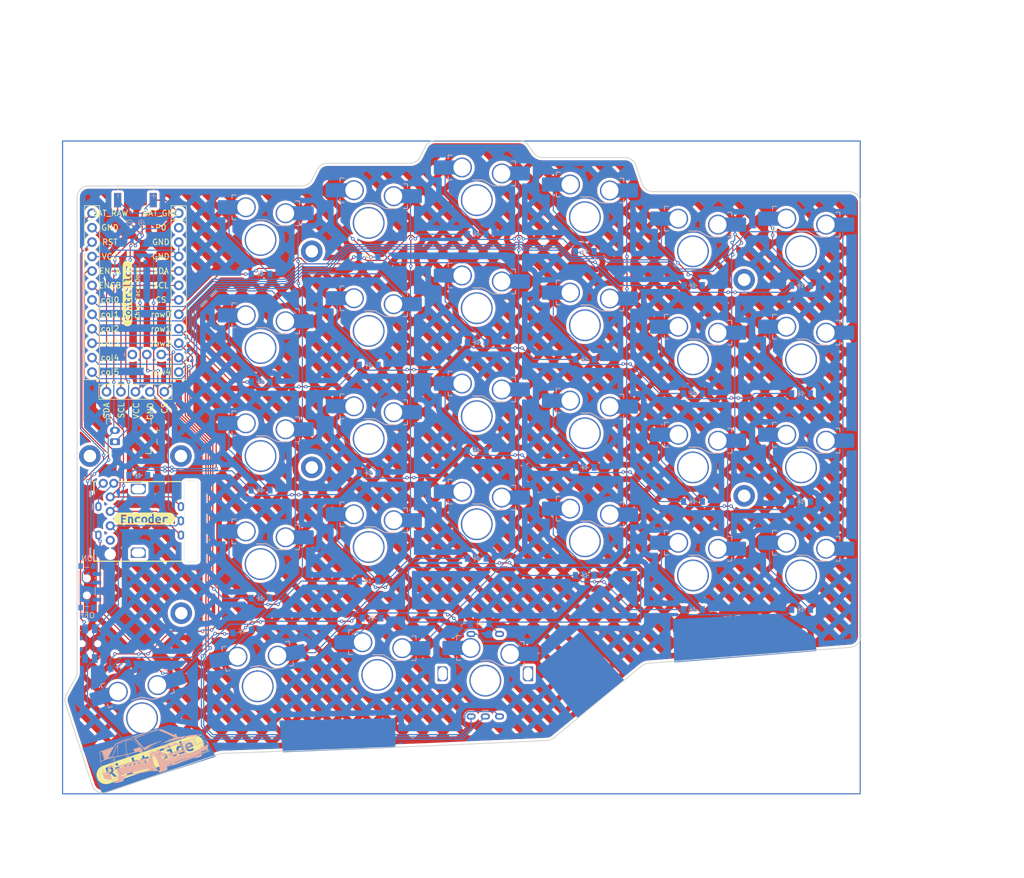
<source format=kicad_pcb>
(kicad_pcb (version 20241229) (generator "pcbnew") (generator_version "9.0")
  (title_block (title "right") (date "2025-04-14") (rev "v1.0.0") (company "Unknown"))
  (layers (0 "F.Cu" signal) (2 "B.Cu" signal) (13 "F.Paste" user) (15 "B.Paste" user) (5 "F.SilkS" user "F.Silkscreen") (7 "B.SilkS" user "B.Silkscreen") (1 "F.Mask" user) (3 "B.Mask" user) (25 "Edge.Cuts" user))
  (net 0 "")
  (net 1 "col0")
  (net 2 "mirror_outer_bottom")
  (net 3 "GND")
  (net 4 "mirror_outer_home")
  (net 5 "mirror_outer_top")
  (net 6 "mirror_outer_num")
  (net 7 "col1")
  (net 8 "mirror_pinky_bottom")
  (net 9 "mirror_pinky_home")
  (net 10 "mirror_pinky_top")
  (net 11 "mirror_pinky_num")
  (net 12 "col2")
  (net 13 "mirror_ring_bottom")
  (net 14 "mirror_ring_home")
  (net 15 "mirror_ring_top")
  (net 16 "mirror_ring_num")
  (net 17 "col3")
  (net 18 "mirror_middle_bottom")
  (net 19 "mirror_middle_home")
  (net 20 "mirror_middle_top")
  (net 21 "mirror_middle_num")
  (net 22 "col4")
  (net 23 "mirror_index_bottom")
  (net 24 "mirror_index_home")
  (net 25 "mirror_index_top")
  (net 26 "mirror_index_num")
  (net 27 "col5")
  (net 28 "mirror_inner_bottom")
  (net 29 "mirror_inner_home")
  (net 30 "mirror_inner_top")
  (net 31 "mirror_inner_num")
  (net 32 "mirror_inner_cluster")
  (net 33 "mirror_home_cluster")
  (net 34 "mirror_layer_cluster")
  (net 35 "mirror_space_cluster")
  (net 36 "row3")
  (net 37 "row2")
  (net 38 "row1")
  (net 39 "row0")
  (net 40 "row4")
  (net 41 "scrollwheel_enc")
  (net 42 "ENCA")
  (net 43 "ENCB")
  (net 44 "ENCC")
  (net 45 "ENCD")
  (net 46 "BAT_RAW")
  (net 47 "RST")
  (net 48 "VCC")
  (net 49 "BAT_GND")
  (net 50 "P0")
  (net 51 "SDA")
  (net 52 "SCL")
  (net 53 "CS")
  (net 54 "P107")
  (net 55 "ON_P")
  (footprint "ceoloide:mounting_hole_plated" (layer "F.Cu") (at 325 79)
    (property "Reference" "H6" (hide yes))
    (property "Value" "")
  )
  (footprint "ceoloide:mounting_hole_plated" (layer "F.Cu") (at 249 74)
    (property "Reference" "H8" (hide yes))
    (property "Value" "")
  )
  (footprint "ceoloide:mounting_hole_plated" (layer "F.Cu") (at 325 117)
    (property "Reference" "H7" (hide yes))
    (property "Value" "")
  )
  (footprint "kibuzzard-67FD9A9C" (layer "F.Cu") (at 253.6 159.4 2.1)
    (property "Reference" "kibuzzard-67FD9A9C" (hide yes))
    (property "Value" "G***" (hide yes))
  )
  (footprint "kibuzzard-67FD5341" (layer "F.Cu") (at 218.4 81.4 90)
    (property "Reference" "kibuzzard-67FD5341" (hide yes))
    (property "Value" "G***" (hide yes))
  )
  (footprint "ok:RollerEncoder_Panasonic_EVQWGD001" (layer "F.Cu") (at 219.2 121)
    (property "Reference" "REF**")
    (property "Value" "RollerEncoder_Panasonic_EVQWGD001")
    (fp_line (start 7.4 -6.3) (end 7.4 7.3) (stroke (width 0.05)) (layer "Edge.Cuts"))
    (fp_line (start 7.7 7.6) (end 9.5 7.6) (stroke (width 0.05)) (layer "Edge.Cuts"))
    (fp_line (start 9.5 -6.6) (end 7.7 -6.6) (stroke (width 0.05)) (layer "Edge.Cuts"))
    (fp_line (start 9.8 7.3) (end 9.8 -6.3) (stroke (width 0.05)) (layer "Edge.Cuts"))
    (fp_arc (start 7.4 -6.3) (mid 7.487868 -6.512132) (end 7.7 -6.6) (stroke (width 0.05)) (layer "Edge.Cuts"))
    (fp_arc (start 7.7 7.6) (mid 7.487868 7.512132) (end 7.4 7.3) (stroke (width 0.05)) (layer "Edge.Cuts"))
    (fp_arc (start 9.5 -6.6) (mid 9.712132 -6.512132) (end 9.8 -6.3) (stroke (width 0.05)) (layer "Edge.Cuts"))
    (fp_arc (start 9.8 7.3) (mid 9.712132 7.512132) (end 9.5 7.6) (stroke (width 0.05)) (layer "Edge.Cuts"))
  )
  (footprint "ceoloide:rotary_encoder_ec11_ec12" (layer "F.Cu") (at 279.5 148.3)
    (property "Reference" "RE2" (hide yes))
    (property "Value" "")
  )
  (footprint "kibuzzard-67FD5311" (layer "F.Cu") (at 216.6 81.4 90)
    (property "Reference" "kibuzzard-67FD5311" (hide yes))
    (property "Value" "G***" (hide yes))
  )
  (footprint "ceoloide:mcu_supermini_nrf52840" (layer "F.Cu") (at 218 80)
    (property "Reference" "MCU1" (hide yes))
    (property "Value" "")
  )
  (footprint "kibuzzard-67FD9A7A" (layer "F.Cu") (at 220.6 163.4 18.8)
    (property "Reference" "kibuzzard-67FD9A7A" (hide yes))
    (property "Value" "G***" (hide yes))
  )
  (footprint "ceoloide:mounting_hole_plated" (layer "F.Cu") (at 226.062392 137.638014 10)
    (property "Reference" "H10" (hide yes))
    (property "Value" "")
  )
  (footprint "icon_bat" (layer "F.Cu") (at 218 69)
    (property "Reference" "")
    (property "Value" "")
  )
  (footprint "kibuzzard-67FD5486" (layer "F.Cu") (at 219.6 121)
    (property "Reference" "kibuzzard-67FD5486" (hide yes))
    (property "Value" "G***" (hide yes))
  )
  (footprint "ceoloide:mounting_hole_plated" (layer "F.Cu") (at 226 110)
    (property "Reference" "H11" (hide yes))
    (property "Value" "")
  )
  (footprint "ceoloide:battery_connector_jst_ph_2" (layer "F.Cu") (at 214.4 106.5 90)
    (property "Reference" "JST1" (hide yes))
    (property "Value" "")
  )
  (footprint "pads" (layer "F.Cu") (at 218 65)
    (property "Reference" "PAD1" (hide yes))
    (property "Value" "")
  )
  (footprint "ceoloide:rotary_encoder_ec11_ec12" (layer "F.Cu") (at 218.5 121.4 90)
    (property "Reference" "RE1" (hide yes))
    (property "Value" "")
  )
  (footprint "ceoloide:display_nice_view" (layer "F.Cu") (at 218 82)
    (property "Reference" "DISP1" (hide yes))
    (property "Value" "")
  )
  (footprint "ok:qrcode" (layer "F.Cu") (at 295.6 148 129.3)
    (property "Reference" "G***" (hide yes))
    (property "Value" "LOGO" (hide yes))
  )
  (footprint "ceoloide:mounting_hole_plated" (layer "F.Cu") (at 249 112)
    (property "Reference" "H9" (hide yes))
    (property "Value" "")
  )
  (footprint "ceoloide:mounting_hole_plated" (layer "F.Cu") (at 210 110)
    (property "Reference" "H12" (hide yes))
    (property "Value" "")
  )
  (footprint "kibuzzard-67FD9ADD" (layer "F.Cu") (at 324.8 140.8 4.5)
    (property "Reference" "kibuzzard-67FD9ADD" (hide yes))
    (property "Value" "G***" (hide yes))
  )
  (footprint "ceoloide:switch_gateron_ks27_ks33" (layer "B.Cu") (at 260.5 148.5 180)
    (property "Reference" "S26" (hide yes))
    (property "Value" "")
  )
  (footprint "ceoloide:diode_tht_sod123" (layer "B.Cu") (at 218.5 113.4)
    (property "Reference" "D29" (hide yes))
    (property "Value" "")
  )
  (footprint "ceoloide:switch_gateron_ks27_ks33" (layer "B.Cu") (at 239.5 150.5 -170)
    (property "Reference" "S27" (hide yes))
    (property "Value" "")
  )
  (footprint "ceoloide:switch_gateron_ks27_ks33" (layer "B.Cu") (at 297 68 180)
    (property "Reference" "S12" (hide yes))
    (property "Value" "")
  )
  (footprint "ceoloide:diode_tht_sod123" (layer "B.Cu") (at 259.5 138.5)
    (property "Reference" "D26" (hide yes))
    (property "Value" "")
  )
  (footprint "ceoloide:switch_gateron_ks27_ks33" (layer "B.Cu") (at 335 74 180)
    (property "Reference" "S4" (hide yes))
    (property "Value" "")
  )
  (footprint "ceoloide:switch_gateron_ks27_ks33" (layer "B.Cu") (at 259 126 180)
    (property "Reference" "S17" (hide yes))
    (property "Value" "")
  )
  (footprint "ceoloide:switch_gateron_ks27_ks33" (layer "B.Cu") (at 278 84 180)
    (property "Reference" "S15" (hide yes))
    (property "Value" "")
  )
  (footprint "ceoloide:diode_tht_sod123" (layer "B.Cu") (at 278 128)
    (property "Reference" "D13" (hide yes))
    (property "Value" "")
  )
  (footprint "ceoloide:diode_tht_sod123" (layer "B.Cu") (at 259 94)
    (property "Reference" "D19" (hide yes))
    (property "Value" "")
  )
  (footprint "ceoloide:switch_gateron_ks27_ks33" (layer "B.Cu") (at 219.166334 156.116227 -162)
    (property "Reference" "S28" (hide yes))
    (property "Value" "")
  )
  (footprint "ceoloide:switch_gateron_ks27_ks33" (layer "B.Cu") (at 240 72 180)
    (property "Reference" "S24" (hide yes))
    (property "Value" "")
  )
  (footprint "ceoloide:switch_gateron_ks27_ks33" (layer "B.Cu") (at 240 110 180)
    (property "Reference" "S22" (hide yes))
    (property "Value" "")
  )
  (footprint "ceoloide:switch_gateron_ks27_ks33" (layer "B.Cu") (at 335 131 180)
    (property "Reference" "S1" (hide yes))
    (property "Value" "")
  )
  (footprint "ceoloide:diode_tht_sod123" (layer "B.Cu") (at 297 131)
    (property "Reference" "D9" (hide yes))
    (property "Value" "")
  )
  (footprint "ceoloide:switch_gateron_ks27_ks33" (layer "B.Cu") (at 259 88 180)
    (property "Reference" "S19" (hide yes))
    (property "Value" "")
  )
  (footprint "ceoloide:switch_gateron_ks27_ks33" (layer "B.Cu") (at 278 65 180)
    (property "Reference" "S16" (hide yes))
    (property "Value" "")
  )
  (footprint "ceoloide:diode_tht_sod123" (layer "B.Cu") (at 316 99)
    (property "Reference" "D7" (hide yes))
    (property "Value" "")
  )
  (footprint "ceoloide:diode_tht_sod123" (layer "B.Cu") (at 335 99)
    (property "Reference" "D3" (hide yes))
    (property "Value" "")
  )
  (footprint "ceoloide:diode_tht_sod123" (layer "B.Cu") (at 335 80)
    (property "Reference" "D4" (hide yes))
    (property "Value" "")
  )
  (footprint "ceoloide:diode_tht_sod123" (layer "B.Cu") (at 215.125107 146.914679 18)
    (property "Reference" "D28" (hide yes))
    (property "Value" "")
  )
  (footprint "ceoloide:switch_gateron_ks27_ks33" (layer "B.Cu") (at 297 87 180)
    (property "Reference" "S11" (hide yes))
    (property "Value" "")
  )
  (footprint "ceoloide:diode_tht_sod123" (layer "B.Cu") (at 297 93)
    (property "Reference" "D11" (hide yes))
    (property "Value" "")
  )
  (footprint "ceoloide:switch_gateron_ks27_ks33" (layer "B.Cu") (at 297 125 180)
    (property "Reference" "S9" (hide yes))
    (property "Value" "")
  )
  (footprint "ceoloide:diode_tht_sod123" (layer "B.Cu") (at 297 74)
    (property "Reference" "D12" (hide yes))
    (property "Value" "")
  )
  (footprint "ceoloide:diode_tht_sod123" (layer "B.Cu") (at 335 118)
    (property "Reference" "D2" (hide yes))
    (property "Value" "")
  )
  (footprint "ceoloide:diode_tht_sod123" (layer "B.Cu") (at 297 112)
    (property "Reference" "D10" (hide yes))
    (property "Value" "")
  )
  (footprint "ceoloide:diode_tht_sod123" (layer "B.Cu") (at 316 137)
    (property "Reference" "D5" (hide yes))
    (property "Value" "")
  )
  (footprint "ceoloide:reset_switch_smd_side" (layer "B.Cu") (at 210 143 90)
    (property "Reference" "RST1" (hide yes))
    (property "Value" "")
  )
  (footprint "ceoloide:diode_tht_sod123" (layer "B.Cu") (at 278 109)
    (property "Reference" "D14" (hide yes))
    (property "Value" "")
  )
  (footprint "ceoloide:switch_gateron_ks27_ks33" (layer "B.Cu") (at 335 112 180)
    (property "Reference" "S2" (hide yes))
    (property "Value" "")
  )
  (footprint "ceoloide:diode_tht_sod123" (layer "B.Cu") (at 240 97)
    (property "Reference" "D23" (hide yes))
    (property "Value" "")
  )
  (footprint "ceoloide:switch_gateron_ks27_ks33" (layer "B.Cu") (at 240 91 180)
    (property "Reference" "S23" (hide yes))
    (property "Value" "")
  )
  (footprint "ceoloide:switch_gateron_ks27_ks33" (layer "B.Cu") (at 240 129 180)
    (property "Reference" "S21" (hide yes))
    (property "Value" "")
  )
  (footprint "ceoloide:diode_tht_sod123" (layer "B.Cu") (at 316 80)
    (property "Reference" "D8" (hide yes))
    (property "Value" "")
  )
  (footprint "ceoloide:diode_tht_sod123" (layer "B.Cu") (at 335 137)
    (property "Reference" "D1" (hide yes))
    (property "Value" "")
  )
  (footprint "ceoloide:diode_tht_sod123" (layer "B.Cu") (at 240 116)
    (property "Reference" "D22" (hide yes))
    (property "Value" "")
  )
  (footprint "ceoloide:diode_tht_sod123" (layer "B.Cu") (at 259 75)
    (property "Reference" "D20" (hide yes))
    (property "Value" "")
  )
  (footprint "ceoloide:diode_tht_sod123" (layer "B.Cu") (at 278 71)
    (property "Reference" "D16" (hide yes))
    (property "Value" "")
  )
  (footprint "asdf:merc" (layer "B.Cu") (at 220.8 161.6 -161.2)
    (property "Reference" "G***" (hide yes))
    (property "Value" "LOGO" (hide yes))
  )
  (footprint "ceoloide:switch_gateron_ks27_ks33" (layer "B.Cu") (at 297 106 180)
    (property "Reference" "S10" (hide yes))
    (property "Value" "")
  )
  (footprint "ceoloide:battery_connector_molex_pico_ezmate_1x02" (layer "B.Cu") (at 218 74)
    (property "Reference" "CONN1" (hide yes))
    (property "Value" "")
  )
  (footprint "ceoloide:switch_gateron_ks27_ks33" (layer "B.Cu") (at 259 69 180)
    (property "Reference" "S20" (hide yes))
    (property "Value" "")
  )
  (footprint "ceoloide:switch_gateron_ks27_ks33" (layer "B.Cu") (at 316 112 180)
    (property "Reference" "S6" (hide yes))
    (property "Value" "")
  )
  (footprint "ceoloide:diode_tht_sod123" (layer "B.Cu") (at 278 90)
    (property "Reference" "D15" (hide yes))
    (property "Value" "")
  )
  (footprint "ceoloide:diode_tht_sod123" (layer "B.Cu") (at 240 78)
    (property "Reference" "D24" (hide yes))
    (property "Value" "")
  )
  (footprint "ceoloide:switch_gateron_ks27_ks33" (layer "B.Cu") (at 335 93 180)
    (property "Reference" "S3" (hide yes))
    (property "Value" "")
  )
  (footprint "ceoloide:switch_gateron_ks27_ks33" (layer "B.Cu") (at 316 93 180)
    (property "Reference" "S7" (hide yes))
    (property "Value" "")
  )
  (footprint "ceoloide:switch_gateron_ks27_ks33" (layer "B.Cu") (at 259 107 180)
    (property "Reference" "S18" (hide yes))
    (property "Value" "")
  )
  (footprint "ceoloide:diode_tht_sod123" (layer "B.Cu") (at 259 113)
    (property "Reference" "D18" (hide yes))
    (property "Value" "")
  )
  (footprint "ceoloide:diode_tht_sod123" (layer "B.Cu") (at 236.778711 140.825571 10)
    (property "Reference" "D27" (hide yes))
    (property "Value" "")
  )
  (footprint "ceoloide:diode_tht_sod123" (layer "B.Cu") (at 240 135)
    (property "Reference" "D21" (hide yes))
    (property "Value" "")
  )
  (footprint "ceoloide:diode_tht_sod123" (layer "B.Cu") (at 278.5 139.5)
    (property "Reference" "D25" (hide yes))
    (property "Value" "")
  )
  (footprint "ceoloide:power_switch_smd_side" (layer "B.Cu") (at 209.5 133 180)
    (property "Reference" "PWR1" (hide yes))
    (property "Value" "")
  )
  (footprint "ceoloide:diode_tht_sod123" (layer "B.Cu") (at 259 132)
    (property "Reference" "D17" (hide yes))
    (property "Value" "")
  )
  (footprint "ceoloide:diode_tht_sod123" (layer "B.Cu") (at 316 118)
    (property "Reference" "D6" (hide yes))
    (property "Value" "")
  )
  (footprint "ceoloide:switch_gateron_ks27_ks33" (layer "B.Cu") (at 316 74 180)
    (property "Reference" "S8" (hide yes))
    (property "Value" "")
  )
  (footprint "ceoloide:switch_gateron_ks27_ks33" (layer "B.Cu") (at 279.5 149.5 180)
    (property "Reference" "S25" (hide yes))
    (property "Value" "")
  )
  (footprint "ceoloide:switch_gateron_ks27_ks33" (layer "B.Cu") (at 278 122 180)
    (property "Reference" "S13" (hide yes))
    (property "Value" "")
  )
  (footprint "ceoloide:switch_gateron_ks27_ks33" (layer "B.Cu") (at 316 131 180)
    (property "Reference" "S5" (hide yes))
    (property "Value" "")
  )
  (footprint "ceoloide:switch_gateron_ks27_ks33" (layer "B.Cu") (at 278 103 180)
    (property "Reference" "S14" (hide yes))
    (property "Value" "")
  )
  (gr_poly (pts (xy 288.6 147.2) (xy 296.2 141) (xy 303.8 149.4) (xy 295.8 156)) (stroke (width 0.2)) (fill yes) (layer "B.Cu"))
  (gr_poly (pts (xy 208.8 161.4) (xy 224 157.4) (xy 229.6 158.4) (xy 232 162.8) (xy 212.2 169.2)) (stroke (width 0.2)) (fill yes) (layer "B.Cu"))
  (gr_rect (start 205.2 54.6) (end 345.4 169.4) (stroke (width 0.2)) (fill no) (layer "B.Cu"))
  (gr_poly (pts (xy 312.6 138.8) (xy 331 137.8) (xy 337.4 142) (xy 337.6 144.2) (xy 312.8 146.2)) (stroke (width 0.2)) (fill yes) (layer "B.Cu") (net 36))
  (gr_poly (pts (xy 243.4 156.6) (xy 263.6 156.2) (xy 263.6 161.2) (xy 244 162)) (stroke (width 0.2)) (fill yes) (layer "B.Cu"))
  (gr_rect (start 266 129.6) (end 306.8 139.2) (stroke (width 0.2)) (fill no) (layer "B.Cu"))
  (gr_arc (start 285.429632 54.5) (mid 286.373338 54.736663) (end 287.093733 55.3906) (stroke (width 0.15)) (layer "Edge.Cuts"))
  (gr_arc (start 268.947214 55.605573) (mid 269.684603 54.798687) (end 270.736068 54.5) (stroke (width 0.15)) (layer "Edge.Cuts"))
  (gr_arc (start 205.704125 153.516625) (mid 205.615283 152.708613) (end 205.855333 151.931982) (stroke (width 0.15)) (layer "Edge.Cuts"))
  (gr_line (start 345.5 141.651672) (end 345.5 65.5) (stroke (width 0.15)) (layer "Edge.Cuts"))
  (gr_line (start 266.263932 58.5) (end 251.736068 58.5) (stroke (width 0.15)) (layer "Edge.Cuts"))
  (gr_arc (start 212.9193 169.154803) (mid 211.378417 169.050718) (end 210.371091 167.880071) (stroke (width 0.15)) (layer "Edge.Cuts"))
  (gr_arc (start 269.008913 160.999595) (mid 269.000002 160.99998) (end 268.99109 161.000325) (stroke (width 0.15)) (layer "Edge.Cuts"))
  (gr_line (start 285.429632 54.5) (end 270.736068 54.5) (stroke (width 0.15)) (layer "Edge.Cuts"))
  (gr_line (start 268.947214 55.605573) (end 268.052786 57.394427) (stroke (width 0.15)) (layer "Edge.Cuts"))
  (gr_arc (start 291.513226 159.580088) (mid 290.961729 159.900027) (end 290.337565 160.030111) (stroke (width 0.15)) (layer "Edge.Cuts"))
  (gr_line (start 287.906267 56.6094) (end 287.093733 55.3906) (stroke (width 0.15)) (layer "Edge.Cuts"))
  (gr_arc (start 304.058482 57.5) (mid 305.227911 57.877509) (end 305.955848 58.867544) (stroke (width 0.15)) (layer "Edge.Cuts"))
  (gr_arc (start 343.5 63.5) (mid 344.914214 64.085786) (end 345.5 65.5) (stroke (width 0.15)) (layer "Edge.Cuts"))
  (gr_arc (start 345.5 141.651672) (mid 344.968821 143.009111) (end 343.657405 143.645468) (stroke (width 0.15)) (layer "Edge.Cuts"))
  (gr_line (start 205.704125 153.516625) (end 210.371091 167.880071) (stroke (width 0.15)) (layer "Edge.Cuts"))
  (gr_arc (start 289.570368 57.5) (mid 288.626662 57.263337) (end 287.906267 56.6094) (stroke (width 0.15)) (layer "Edge.Cuts"))
  (gr_line (start 207.500905 148.951208) (end 205.855333 151.931982) (stroke (width 0.15)) (layer "Edge.Cuts"))
  (gr_arc (start 207.75 147.9846) (mid 207.686725 148.483694) (end 207.500905 148.951208) (stroke (width 0.15)) (layer "Edge.Cuts"))
  (gr_line (start 307.044152 62.132456) (end 305.955848 58.867544) (stroke (width 0.15)) (layer "Edge.Cuts"))
  (gr_line (start 249.947214 59.605573) (end 249.052786 61.394427) (stroke (width 0.15)) (layer "Edge.Cuts"))
  (gr_line (start 212.9193 169.154803) (end 232.673687 162.411643) (stroke (width 0.15)) (layer "Edge.Cuts"))
  (gr_arc (start 232.673687 162.411643) (mid 232.956359 162.337702) (end 233.246789 162.305741) (stroke (width 0.15)) (layer "Edge.Cuts"))
  (gr_arc (start 268.052786 57.394427) (mid 267.315397 58.201313) (end 266.263932 58.5) (stroke (width 0.15)) (layer "Edge.Cuts"))
  (gr_line (start 308.941518 63.5) (end 343.5 63.5) (stroke (width 0.15)) (layer "Edge.Cuts"))
  (gr_line (start 308.124348 146.450709) (end 343.657405 143.645468) (stroke (width 0.15)) (layer "Edge.Cuts"))
  (gr_line (start 233.246789 162.305741) (end 268.99109 161.000325) (stroke (width 0.15)) (layer "Edge.Cuts"))
  (gr_line (start 304.058482 57.5) (end 289.570368 57.5) (stroke (width 0.15)) (layer "Edge.Cuts"))
  (gr_line (start 269.008913 160.999595) (end 290.337565 160.030111) (stroke (width 0.15)) (layer "Edge.Cuts"))
  (gr_arc (start 207.75 64.5) (mid 208.335786 63.085786) (end 209.75 62.5) (stroke (width 0.15)) (layer "Edge.Cuts"))
  (gr_arc (start 307.015278 146.896591) (mid 307.53572 146.588843) (end 308.124348 146.450709) (stroke (width 0.15)) (layer "Edge.Cuts"))
  (gr_arc (start 249.052786 61.394427) (mid 248.315397 62.201313) (end 247.263932 62.5) (stroke (width 0.15)) (layer "Edge.Cuts"))
  (gr_arc (start 308.941518 63.5) (mid 307.772089 63.122491) (end 307.044152 62.132456) (stroke (width 0.15)) (layer "Edge.Cuts"))
  (gr_line (start 207.75 147.9846) (end 207.75 64.5) (stroke (width 0.15)) (layer "Edge.Cuts"))
  (gr_line (start 247.263932 62.5) (end 209.75 62.5) (stroke (width 0.15)) (layer "Edge.Cuts"))
  (gr_line (start 291.513226 159.580088) (end 307.015278 146.896591) (stroke (width 0.15)) (layer "Edge.Cuts"))
  (gr_arc (start 249.947214 59.605573) (mid 250.684603 58.798687) (end 251.736068 58.5) (stroke (width 0.15)) (layer "Edge.Cuts"))
  (segment (start 312 75.492738) (end 301 75.492738) (width 0.2) (layer "B.Cu") (net 1))
  (segment (start 325.63616 70.55) (end 319.08516 77.101) (width 0.2) (layer "B.Cu") (net 1))
  (segment (start 246.999 76.201) (end 244.299 78.901) (width 0.2) (layer "B.Cu") (net 1))
  (segment (start 286.598 72.998) (end 286 72.4) (width 0.2) (layer "B.Cu") (net 1))
  (segment (start 341.1 70.55) (end 325.63616 70.55) (width 0.2) (layer "B.Cu") (net 1))
  (segment (start 342.35 88.3) (end 342.35 107.3) (width 0.2) (layer "B.Cu") (net 1))
  (segment (start 244.299 78.901) (end 231.499 78.901) (width 0.2) (layer "B.Cu") (net 1))
  (segment (start 226.701 83.699) (end 211.539 83.699) (width 0.2) (layer "B.Cu") (net 1))
  (segment (start 300.408262 74.901) (end 294.599 74.901) (width 0.2) (layer "B.Cu") (net 1))
  (segment (start 284.420857 72.797) (end 255.003 72.797) (width 0.2) (layer "B.Cu") (net 1))
  (segment (start 342.35 69.3) (end 342.35 88.3) (width 0.2) (layer "B.Cu") (net 1))
  (segment (start 255.003 72.797) (end 251.599 76.201) (width 0.2) (layer "B.Cu") (net 1))
  (segment (start 211.539 83.699) (end 210.38 82.54) (width 0.2) (layer "B.Cu") (net 1))
  (segment (start 342.35 69.3) (end 341.1 70.55) (width 0.2) (layer "B.Cu") (net 1))
  (segment (start 342.35 107.3) (end 342.35 126.3) (width 0.2) (layer "B.Cu") (net 1))
  (segment (start 251.599 76.201) (end 246.999 76.201) (width 0.2) (layer "B.Cu") (net 1))
  (segment (start 284.817857 72.4) (end 284.420857 72.797) (width 0.2) (layer "B.Cu") (net 1))
  (segment (start 301 75.492738) (end 300.408262 74.901) (width 0.2) (layer "B.Cu") (net 1))
  (segment (start 313.608262 77.101) (end 312 75.492738) (width 0.2) (layer "B.Cu") (net 1))
  (segment (start 292.696 72.998) (end 286.598 72.998) (width 0.2) (layer "B.Cu") (net 1))
  (segment (start 294.599 74.901) (end 292.696 72.998) (width 0.2) (layer "B.Cu") (net 1))
  (segment (start 231.499 78.901) (end 226.701 83.699) (width 0.2) (layer "B.Cu") (net 1))
  (segment (start 319.08516 77.101) (end 313.608262 77.101) (width 0.2) (layer "B.Cu") (net 1))
  (segment (start 286 72.4) (end 284.817857 72.4) (width 0.2) (layer "B.Cu") (net 1))
  (segment (start 329.45 129.835477) (end 336.614523 137) (width 0.2) (layer "B.Cu") (net 2))
  (segment (start 329.45 125.25) (end 329.45 129.835477) (width 0.2) (layer "B.Cu") (net 2))
  (segment (start 336.614523 137) (end 336.65 137) (width 0.2) (layer "B.Cu") (net 2))
  (segment (start 220.54 98.7) (end 221.2 98.04) (width 0.2) (layer "F.Cu") (net 3))
  (segment (start 221.2 98.04) (end 221.2 83.099) (width 0.2) (layer "F.Cu") (net 3))
  (via (at 221.2 83.099) (size 0.6) (drill 0.3) (layers "F.Cu" "B.Cu") (net 3))
  (segment (start 210.649 145.424) (end 210.649 140.576) (width 0.2) (layer "B.Cu") (net 3))
  (segment (start 209.582645 146.892355) (end 210.85 145.625) (width 0.2) (layer "B.Cu") (net 3))
  (segment (start 215 123.695) (end 213.575 122.27) (width 0.2) (layer "B.Cu") (net 3))
  (segment (start 225.13 122.27) (end 226 121.4) (width 0.2) (layer "B.Cu") (net 3))
  (segment (start 223.799 101.959) (end 220.54 98.7) (width 0.2) (layer "B.Cu") (net 3))
  (segment (start 221.2 83.099) (end 221.2 75.4) (width 0.2) (layer "B.Cu") (net 3))
  (segment (start 275.5 159.8) (end 215.916211 159.8) (width 0.2) (layer "B.Cu") (net 3))
  (segment (start 223.799 119.199) (end 223.799 101.959) (width 0.2) (layer "B.Cu") (net 3))
  (segment (start 214.34 73.8) (end 224.5 73.8) (width 0.2) (layer "B.Cu") (net 3))
  (segment (start 215.916211 159.8) (end 209.582645 153.466434) (width 0.2) (layer "B.Cu") (net 3))
  (segment (start 279.5 155.8) (end 275.5 159.8) (width 0.2) (layer "B.Cu") (net 3))
  (segment (start 210.649 140.576) (end 210.85 140.375) (width 0.2) (layer "B.Cu") (net 3))
  (segment (start 210.85 145.625) (end 210.649 145.424) (width 0.2) (layer "B.Cu") (net 3))
  (segment (start 215 136.225) (end 215 123.695) (width 0.2) (layer "B.Cu") (net 3))
  (segment (start 221.68 74.92) (end 225.62 74.92) (width 0.2) (layer "B.Cu") (net 3))
  (segment (start 225.62 74.92) (end 225.62 72.38) (width 0.2) (layer "B.Cu") (net 3))
  (segment (start 213.575 122.27) (end 225.13 122.27) (width 0.2) (layer "B.Cu") (net 3))
  (segment (start 224.5 73.8) (end 225.62 74.92) (width 0.2) (layer "B.Cu") (net 3))
  (segment (start 210.38 69.84) (end 214.34 73.8) (width 0.2) (layer "B.Cu") (net 3))
  (segment (start 226 121.4) (end 223.799 119.199) (width 0.2) (layer "B.Cu") (net 3))
  (segment (start 209.582645 153.466434) (end 209.582645 146.892355) (width 0.2) (layer "B.Cu") (net 3))
  (segment (start 221.2 75.4) (end 221.68 74.92) (width 0.2) (layer "B.Cu") (net 3))
  (segment (start 210.85 140.375) (end 215 136.225) (width 0.2) (layer "B.Cu") (net 3))
  (segment (start 336.614523 118) (end 336.65 118) (width 0.2) (layer "B.Cu") (net 4))
  (segment (start 329.45 106.25) (end 329.45 110.835477) (width 0.2) (layer "B.Cu") (net 4))
  (segment (start 329.45 110.835477) (end 336.614523 118) (width 0.2) (layer "B.Cu") (net 4))
  (segment (start 336.614523 99) (end 336.65 99) (width 0.2) (layer "B.Cu") (net 5))
  (segment (start 329.45 91.835477) (end 336.614523 99) (width 0.2) (layer "B.Cu") (net 5))
  (segment (start 329.45 87.25) (end 329.45 91.835477) (width 0.2) (layer "B.Cu") (net 5))
  (segment (start 330 69.95) (end 330 71.15) (width 0.2) (layer "F.Cu") (net 6))
  (via (at 330 69.95) (size 0.6) (drill 0.3) (layers "F.Cu" "B.Cu") (net 6))
  (via (at 330 71.15) (size 0.6) (drill 0.3) (layers "F.Cu" "B.Cu") (net 6))
  (segment (start 336.614523 80) (end 336.65 80) (width 0.2) (layer "B.Cu") (net 6))
  (segment (start 329.45 69.4) (end 330 69.95) (width 0.2) (layer "B.Cu") (net 6))
  (segment (start 329.45 68.25) (end 329.45 69.4) (width 0.2) (layer "B.Cu") (net 6))
  (segment (start 330 73.385477) (end 336.614523 80) (width 0.2) (layer "B.Cu") (net 6))
  (segment (start 330 71.15) (end 330 73.385477) (width 0.2) (layer "B.Cu") (net 6))
  (segment (start 324.417345 72.417345) (end 324.417345 72.017345) (width 0.2) (layer "F.Cu") (net 7))
  (segment (start 323 72.6) (end 323 74.6) (width 0.2) (layer "F.Cu") (net 7))
  (segment (start 324.517345 72.517345) (end 324.417345 72.417345) (width 0.2) (layer "F.Cu") (net 7))
  (segment (start 322.868815 72.468815) (end 323 72.6) (width 0.2) (layer "F.Cu") (net 7))
  (segment (start 324.417345 72.017345) (end 323.4 71) (width 0.2) (layer "F.Cu") (net 7))
  (via (at 322.868815 72.468815) (size 0.6) (drill 0.3) (layers "F.Cu" "B.Cu") (net 7))
  (via (at 323 74.6) (size 0.6) (drill 0.3) (layers "F.Cu" "B.Cu") (net 7))
  (via (at 324.517345 72.517345) (size 0.6) (drill 0.3) (layers "F.Cu" "B.Cu") (net 7))
  (via (at 323.4 71) (size 0.6) (drill 0.3) (layers "F.Cu" "B.Cu") (net 7))
  (segment (start 285.815043 72.8) (end 284.984957 72.8) (width 0.2) (layer "B.Cu") (net 7))
  (segment (start 284.398 73.386957) (end 284.398 73.198) (width 0.2) (layer "B.Cu") (net 7))
  (segment (start 323.35 69.3) (end 323.35 71.98763) (width 0.2) (layer "B.Cu") (net 7))
  (segment (start 251.68255 76.68455) (end 247.08255 76.68455) (width 0.2) (layer "B.Cu") (net 7))
  (segment (start 322.1 125.05) (end 323.35 126.3) (width 0.2) (layer "B.Cu") (net 7))
  (segment (start 247.08255 76.68455) (end 244.4651 79.302) (width 0.2) (layer "B.Cu") (net 7))
  (segment (start 284.398 73.198) (end 255.1691 73.198) (width 0.2) (layer "B.Cu") (net 7))
  (segment (start 286.402 73.399) (end 286.402 73.386957) (width 0.2) (layer "B.Cu") (net 7))
  (segment (start 323.35 107.3) (end 322.1 108.55) (width 0.2) (layer "B.Cu") (net 7))
  (segment (start 211.531 86.231) (end 210.38 85.08) (width 0.2) (layer "B.Cu") (net 7))
  (segment (start 286.402 73.386957) (end 285.815043 72.8) (width 0.2) (layer "B.Cu") (net 7))
  (segment (start 322.1 108.55) (end 322.1 125.05) (width 0.2) (layer "B.Cu") (net 7))
  (segment (start 311.8339 75.893738) (end 300.8339 75.893738) (width 0.2) (layer "B.Cu") (net 7))
  (segment (start 284.984957 72.8) (end 284.398 73.386957) (width 0.2) (layer "B.Cu") (net 7))
  (segment (start 292.5299 73.399) (end 286.402 73.399) (width 0.2) (layer "B.Cu") (net 7))
  (segment (start 300.8339 75.893738) (end 300.242162 75.302) (width 0.2) (layer "B.Cu") (net 7))
  (segment (start 322.8 87.75) (end 323.35 88.3) (width 0.2) (layer "B.Cu") (net 7))
  (segment (start 227.08355 85.24421) (end 226.09676 86.231) (width 0.2) (layer "B.Cu") (net 7))
  (segment (start 323 74.6) (end 322.8 74.8) (width 0.2) (layer "B.Cu") (net 7))
  (segment (start 226.09676 86.231) (end 211.531 86.231) (width 0.2) (layer "B.Cu") (net 7))
  (segment (start 323.35 71.98763) (end 322.868815 72.468815) (width 0.2) (layer "B.Cu") (net 7))
  (segment (start 227.08355 83.88355) (end 227.08355 85.24421) (width 0.2) (layer "B.Cu") (net 7))
  (segment (start 244.4651 79.302) (end 231.6651 79.302) (width 0.2) (layer "B.Cu") (net 7))
  (segment (start 319.53269 77.502) (end 313.442162 77.502) (width 0.2) (layer "B.Cu") (net 7))
  (segment (start 323.35 88.3) (end 323.35 107.3) (width 0.2) (layer "B.Cu") (net 7))
  (segment (start 322.8 74.8) (end 322.8 87.75) (width 0.2) (layer "B.Cu") (net 7))
  (segment (start 231.6651 79.302) (end 227.08355 83.88355) (width 0.2) (layer "B.Cu") (net 7))
  (segment (start 323.4 69.35) (end 323.35 69.3) (width 0.2) (layer "B.Cu") (net 7))
  (segment (start 323.4 71) (end 323.4 69.35) (width 0.2) (layer "B.Cu") (net 7))
  (segment (start 294.4329 75.302) (end 292.5299 73.399) (width 0.2) (layer "B.Cu") (net 7))
  (segment (start 313.442162 77.502) (end 311.8339 75.893738) (width 0.2) (layer "B.Cu") (net 7))
  (segment (start 324.517345 72.517345) (end 319.53269 77.502) (width 0.2) (layer "B.Cu") (net 7))
  (segment (start 255.1691 73.198) (end 251.68255 76.68455) (width 0.2) (layer "B.Cu") (net 7))
  (segment (start 300.242162 75.302) (end 294.4329 75.302) (width 0.2) (layer "B.Cu") (net 7))
  (segment (start 317.614523 137) (end 317.65 137) (width 0.2) (layer "B.Cu") (net 8))
  (segment (start 310.45 129.835477) (end 317.614523 137) (width 0.2) (layer "B.Cu") (net 8))
  (segment (start 310.45 125.25) (end 310.45 129.835477) (width 0.2) (layer "B.Cu") (net 8))
  (segment (start 310.45 106.25) (end 310.45 110.835477) (width 0.2) (layer "B.Cu") (net 9))
  (segment (start 317.614523 118) (end 317.65 118) (width 0.2) (layer "B.Cu") (net 9))
  (segment (start 310.45 110.835477) (end 317.614523 118) (width 0.2) (layer "B.Cu") (net 9))
  (segment (start 310.45 91.835477) (end 317.614523 99) (width 0.2) (layer "B.Cu") (net 10))
  (segment (start 310.45 87.25) (end 310.45 91.835477) (width 0.2) (layer "B.Cu") (net 10))
  (segment (start 317.614523 99) (end 317.65 99) (width 0.2) (layer "B.Cu") (net 10))
  (segment (start 315.177896 78.102) (end 315.177896 77.822104) (width 0.2) (layer "F.Cu") (net 11))
  (segment (start 315.177896 77.822104) (end 313.377896 76.022104) (width 0.2) (layer "F.Cu") (net 11))
  (via (at 313.377896 76.022104) (size 0.6) (drill 0.3) (layers "F.Cu" "B.Cu") (net 11))
  (via (at 315.177896 78.102) (size 0.6) (drill 0.3) (layers "F.Cu" "B.Cu") (net 11))
  (segment (start 315.752 78.102) (end 315.177896 78.102) (width 0.2) (layer "B.Cu") (net 11))
  (segment (start 317.65 80) (end 315.752 78.102) (width 0.2) (layer "B.Cu") (net 11))
  (segment (start 310.45 68.25) (end 310.45 73.094208) (width 0.2) (layer "B.Cu") (net 11))
  (segment (start 310.45 73.094208) (end 313.377896 76.022104) (width 0.2) (layer "B.Cu") (net 11))
  (segment (start 304.4 74.892738) (end 304.4 80.6) (width 0.2) (layer "F.Cu") (net 12))
  (via (at 304.4 80.6) (size 0.6) (drill 0.3) (layers "F.Cu" "B.Cu") (net 12))
  (via (at 304.4 74.892738) (size 0.6) (drill 0.3) (layers "F.Cu" "B.Cu") (net 12))
  (segment (start 227.48455 87.38321) (end 226.09676 88.771) (width 0.2) (layer "B.Cu") (net 12))
  (segment (start 244.8661 79.4681) (end 244.6312 79.703) (width 0.2) (layer "B.Cu") (net 12))
  (segment (start 284.65 142.6) (end 286.85 144.8) (width 0.2) (layer "B.Cu") (net 12))
  (segment (start 284.799 73.599) (end 284.753057 73.599) (width 0.2) (layer "B.Cu") (net 12))
  (segment (start 285.151057 73.201) (end 284.799 73.553057) (width 0.2) (layer "B.Cu") (net 12))
  (segment (start 286.5681 73.8) (end 286.2359 73.8) (width 0.2) (layer "B.Cu") (net 12))
  (segment (start 226.09676 88.771) (end 211.531 88.771) (width 0.2) (layer "B.Cu") (net 12))
  (segment (start 278 141.3) (end 279.3 142.6) (width 0.2) (layer "B.Cu") (net 12))
  (segment (start 297.753 75.703) (end 294.599 75.703) (width 0.2) (layer "B.Cu") (net 12))
  (segment (start 286.001 73.553057) (end 285.648943 73.201) (width 0.2) (layer "B.Cu") (net 12))
  (segment (start 252.08355 76.85065) (end 251.84865 77.08555) (width 0.2) (layer "B.Cu") (net 12))
  (segment (start 284.799 73.553057) (end 284.799 73.599) (width 0.2) (layer "B.Cu") (net 12))
  (segment (start 286.2359 73.8) (end 286.001 73.8) (width 0.2) (layer "B.Cu") (net 12))
  (segment (start 285.648943 73.201) (end 285.151057 73.201) (width 0.2) (layer "B.Cu") (net 12))
  (segment (start 304.35 82.3) (end 304.35 101.3) (width 0.2) (layer "B.Cu") (net 12))
  (segment (start 247.224325 77.109875) (end 244.8661 79.4681) (width 0.2) (layer "B.Cu") (net 12))
  (segment (start 294.599 75.703) (end 294.2668 75.703) (width 0.2) (layer "B.Cu") (net 12))
  (segment (start 304.35 120.3) (end 304.35 127.3) (width 0.2) (layer "B.Cu") (net 12))
  (segment (start 244.6312 79.703) (end 244.299 79.703) (width 0.2) (layer "B.Cu") (net 12))
  (segment (start 227.48455 85.41031) (end 227.48455 87.38321) (width 0.2) (layer "B.Cu") (net 12))
  (segment (start 277 141.3) (end 278 141.3) (width 0.2) (layer "B.Cu") (net 12))
  (segment (start 304.35 101.3) (end 304.35 120.3) (width 0.2) (layer "B.Cu") (net 12))
  (segment (start 294.0319 75.4681) (end 292.3638 73.8) (width 0.2) (layer "B.Cu") (net 12))
  (segment (start 304.4 80.6) (end 304.4 82.25) (width 0.2) (layer "B.Cu") (net 12))
  (segment (start 304.35 74.842738) (end 304.4 74.892738) (width 0.2) (layer "B.Cu") (net 12))
  (segment (start 284.2319 73.787957) (end 284.042943 73.599) (width 0.2) (layer "B.Cu") (net 12))
  (segment (start 227.48455 85.07811) (end 227.48455 85.41031) (width 0.2) (layer "B.Cu") (net 12))
  (segment (start 251.84865 77.08555) (end 251.824325 77.109875) (width 0.2) (layer "B.Cu") (net 12))
  (segment (start 284.5641 73.787957) (end 284.2319 73.787957) (width 0.2) (layer "B.Cu") (net 12))
  (segment (start 251.824325 77.109875) (end 247.224325 77.109875) (width 0.2) (layer "B.Cu") (net 12))
  (segment (start 304.4 82.25) (end 304.35 82.3) (width 0.2) (layer "B.Cu") (net 12))
  (segment (start 211.531 88.771) (end 210.38 87.62) (width 0.2) (layer "B.Cu") (net 12))
  (segment (start 286.001 73.5651) (end 286.001 73.553057) (width 0.2) (layer "B.Cu") (net 12))
  (segment (start 284.042943 73.599) (end 255.3352 73.599) (width 0.2) (layer "B.Cu") (net 12))
  (segment (start 292.3638 73.8) (end 286.5681 73.8) (width 0.2) (layer "B.Cu") (net 12))
  (segment (start 279.3 142.6) (end 284.65 142.6) (width 0.2) (layer "B.Cu") (net 12))
  (segment (start 304.35 82.3) (end 297.753 75.703) (width 0.2) (layer "B.Cu") (net 12))
  (segment (start 227.48455 84.04965) (end 227.48455 85.07811) (width 0.2) (layer "B.Cu") (net 12))
  (segment (start 244.299 79.703) (end 231.8312 79.703) (width 0.2) (layer "B.Cu") (net 12))
  (segment (start 255.3352 73.599) (end 252.08355 76.85065) (width 0.2) (layer "B.Cu") (net 12))
  (segment (start 286.001 73.8) (end 286.001 73.5651) (width 0.2) (layer "B.Cu") (net 12))
  (segment (start 284.753057 73.599) (end 284.5641 73.787957) (width 0.2) (layer "B.Cu") (net 12))
  (segment (start 231.8312 79.703) (end 227.48455 84.04965) (width 0.2) (layer "B.Cu") (net 12))
  (segment (start 304.35 63.3) (end 304.35 74.842738) (width 0.2) (layer "B.Cu") (net 12))
  (segment (start 294.2668 75.703) (end 294.0319 75.4681) (width 0.2) (layer "B.Cu") (net 12))
  (segment (start 304.35 127.3) (end 286.85 144.8) (width 0.2) (layer "B.Cu") (net 12))
  (segment (start 291.45 119.25) (end 291.45 123.835477) (width 0.2) (layer "B.Cu") (net 13))
  (segment (start 291.45 123.835477) (end 298.614523 131) (width 0.2) (layer "B.Cu") (net 13))
  (segment (start 298.614523 131) (end 298.65 131) (width 0.2) (layer "B.Cu") (net 13))
  (segment (start 291.45 104.835477) (end 298.614523 112) (width 0.2) (layer "B.Cu") (net 14))
  (segment (start 291.45 100.25) (end 291.45 104.835477) (width 0.2) (layer "B.Cu") (net 14))
  (segment (start 298.614523 112) (end 298.65 112) (width 0.2) (layer "B.Cu") (net 14))
  (segment (start 291.45 85.835477) (end 298.614523 93) (width 0.2) (layer "B.Cu") (net 15))
  (segment (start 298.614523 93) (end 298.65 93) (width 0.2) (layer "B.Cu") (net 15))
  (segment (start 291.45 81.25) (end 291.45 85.835477) (width 0.2) (layer "B.Cu") (net 15))
  (segment (start 291.45 62.25) (end 291.45 66.835477) (width 0.2) (layer "B.Cu") (net 16))
  (segment (start 291.45 66.835477) (end 298.614523 74) (width 0.2) (layer "B.Cu") (net 16))
  (segment (start 298.614523 74) (end 298.65 74) (width 0.2) (layer "B.Cu") (net 16))
  (segment (start 285.4 71.8) (end 285.4 73.802) (width 0.2) (layer "F.Cu") (net 17))
  (via (at 285.4 73.802) (size 0.6) (drill 0.3) (layers "F.Cu" "B.Cu") (net 17))
  (via (at 285.4 71.8) (size 0.6) (drill 0.3) (layers "F.Cu" "B.Cu") (net 17))
  (segment (start 285.35 117.3) (end 285.35 126.3) (width 0.2) (layer "B.Cu") (net 17))
  (segment (start 251.95065 77.55065) (end 247.35065 77.55065) (width 0.2) (layer "B.Cu") (net 17))
  (segment (start 285.35 79.3) (end 285.35 98.3) (width 0.2) (layer "B.Cu") (net 17))
  (segment (start 282.05 76) (end 263.2 76) (width 0.2) (layer "B.Cu") (net 17))
  (segment (start 261.2 74) (end 255.5013 74) (width 0.2) (layer "B.Cu") (net 17))
  (segment (start 263.2 76) (end 261.2 74) (width 0.2) (layer "B.Cu") (net 17))
  (segment (start 244.75065 80.15065) (end 231.95065 80.15065) (width 0.2) (layer "B.Cu") (net 17))
  (segment (start 285.35 126.3) (end 267.85 143.8) (width 0.2) (layer "B.Cu") (net 17))
  (segment (start 285.35 71.75) (end 285.4 71.8) (width 0.2) (layer "B.Cu") (net 17))
  (segment (start 227.88555 84.21575) (end 227.88555 89.52221) (width 0.2) (layer "B.Cu") (net 17))
  (segment (start 223.99224 90.16) (end 210.38 90.16) (width 0.2) (layer "B.Cu") (net 17))
  (segment (start 285.35 73.852) (end 285.35 79.3) (width 0.2) (layer "B.Cu") (net 17))
  (segment (start 247.35065 77.55065) (end 244.75065 80.15065) (width 0.2) (layer "B.Cu") (net 17))
  (segment (start 225.14324 91.311) (end 223.99224 90.16) (width 0.2) (layer "B.Cu") (net 17))
  (segment (start 231.95065 80.15065) (end 227.88555 84.21575) (width 0.2) (layer "B.Cu") (net 17))
  (segment (start 255.5013 74) (end 251.95065 77.55065) (width 0.2) (layer "B.Cu") (net 17))
  (segment (start 285.4 73.802) (end 285.35 73.852) (width 0.2) (layer "B.Cu") (net 17))
  (segment (start 285.35 60.3) (end 285.35 71.75) (width 0.2) (layer "B.Cu") (net 17))
  (segment (start 285.35 79.3) (end 282.05 76) (width 0.2) (layer "B.Cu") (net 17))
  (segment (start 227.88555 89.52221) (end 226.09676 91.311) (width 0.2) (layer "B.Cu") (net 17))
  (segment (start 285.35 98.3) (end 285.35 117.3) (width 0.2) (layer "B.Cu") (net 17))
  (segment (start 226.09676 91.311) (end 225.14324 91.311) (width 0.2) (layer "B.Cu") (net 17))
  (segment (start 272.45 120.835477) (end 279.614523 128) (width 0.2) (layer "B.Cu") (net 18))
  (segment (start 272.45 116.25) (end 272.45 120.835477) (width 0.2) (layer "B.Cu") (net 18))
  (segment (start 279.614523 128) (end 279.65 128) (width 0.2) (layer "B.Cu") (net 18))
  (segment (start 279.614523 109) (end 279.65 109) (width 0.2) (layer "B.Cu") (net 19))
  (segment (start 272.45 101.835477) (end 279.614523 109) (width 0.2) (layer "B.Cu") (net 19))
  (segment (start 272.45 97.25) (end 272.45 101.835477) (width 0.2) (layer "B.Cu") (net 19))
  (segment (start 279.614523 90) (end 279.65 90) (width 0.2) (layer "B.Cu") (net 20))
  (segment (start 272.45 82.835477) (end 279.614523 90) (width 0.2) (layer "B.Cu") (net 20))
  (segment (start 272.45 78.25) (end 272.45 82.835477) (width 0.2) (layer "B.Cu") (net 20))
  (segment (start 279.6 71) (end 279.65 71) (width 0.2) (layer "B.Cu") (net 21))
  (segment (start 272.45 59.25) (end 272.45 63.85) (width 0.2) (layer "B.Cu") (net 21))
  (segment (start 272.45 63.85) (end 279.6 71) (width 0.2) (layer "B.Cu") (net 21))
  (segment (start 266.4 71.8) (end 266.4 76.6) (width 0.2) (layer "F.Cu") (net 22))
  (via (at 266.4 71.8) (size 0.6) (drill 0.3) (layers "F.Cu" "B.Cu") (net 22))
  (via (at 266.4 76.6) (size 0.6) (drill 0.3) (layers "F.Cu" "B.Cu") (net 22))
  (segment (start 261.00165 77.95165) (end 266.35 83.3) (width 0.2) (layer "B.Cu") (net 22))
  (segment (start 228.3342 84.3342) (end 232.11675 80.55165) (width 0.2) (layer "B.Cu") (net 22))
  (segment (start 226.09676 93.851) (end 228.3342 91.61356) (width 0.2) (layer "B.Cu") (net 22))
  (segment (start 244.91675 80.55165) (end 247.51675 77.95165) (width 0.2) (layer "B.Cu") (net 22))
  (segment (start 266.4 77) (end 266.35 77.05) (width 0.2) (layer "B.Cu") (net 22))
  (segment (start 232.11675 80.55165) (end 244.91675 80.55165) (width 0.2) (layer "B.Cu") (net 22))
  (segment (start 266.35 127.81384) (end 249.568751 144.595089) (width 0.2) (layer "B.Cu") (net 22))
  (segment (start 211.531 93.851) (end 226.09676 93.851) (width 0.2) (layer "B.Cu") (net 22))
  (segment (start 266.35 71.75) (end 266.4 71.8) (width 0.2) (layer "B.Cu") (net 22))
  (segment (start 266.35 121.3) (end 266.35 127.81384) (width 0.2) (layer "B.Cu") (net 22))
  (segment (start 249.568751 144.595089) (end 245.922191 144.595089) (width 0.2) (layer "B.Cu") (net 22))
  (segment (start 266.35 83.3) (end 266.35 121.3) (width 0.2) (layer "B.Cu") (net 22))
  (segment (start 228.3342 91.61356) (end 228.3342 84.3342) (width 0.2) (layer "B.Cu") (net 22))
  (segment (start 266.4 76.6) (end 266.4 77) (width 0.2) (layer "B.Cu") (net 22))
  (segment (start 247.51675 77.95165) (end 261.00165 77.95165) (width 0.2) (layer "B.Cu") (net 22))
  (segment (start 266.35 64.3) (end 266.35 71.75) (width 0.2) (layer "B.Cu") (net 22))
  (segment (start 266.35 83.3) (end 266.35 102.3) (width 0.2) (layer "B.Cu") (net 22))
  (segment (start 266.35 77.05) (end 266.35 83.3) (width 0.2) (layer "B.Cu") (net 22))
  (segment (start 210.38 92.7) (end 211.531 93.851) (width 0.2) (layer "B.Cu") (net 22))
  (segment (start 253.45 124.835477) (end 260.614523 132) (width 0.2) (layer "B.Cu") (net 23))
  (segment (start 260.614523 132) (end 260.65 132) (width 0.2) (layer "B.Cu") (net 23))
  (segment (start 253.45 120.25) (end 253.45 124.835477) (width 0.2) (layer "B.Cu") (net 23))
  (segment (start 260.614523 113) (end 260.65 113) (width 0.2) (layer "B.Cu") (net 24))
  (segment (start 253.45 105.835477) (end 260.614523 113) (width 0.2) (layer "B.Cu") (net 24))
  (segment (start 253.45 101.25) (end 253.45 105.835477) (width 0.2) (layer "B.Cu") (net 24))
  (segment (start 253.45 86.835477) (end 260.614523 94) (width 0.2) (layer "B.Cu") (net 25))
  (segment (start 260.614523 94) (end 260.65 94) (width 0.2) (layer "B.Cu") (net 25))
  (segment (start 253.45 82.25) (end 253.45 86.835477) (width 0.2) (layer "B.Cu") (net 25))
  (segment (start 259.4 75) (end 256.2 71.8) (width 0.2) (layer "F.Cu") (net 26))
  (via (at 256.2 71.8) (size 0.6) (drill 0.3) (layers "F.Cu" "B.Cu") (net 26))
  (via (at 259.4 75) (size 0.6) (drill 0.3) (layers "F.Cu" "B.Cu") (net 26))
  (segment (start 253.45 69.05) (end 256.2 71.8) (width 0.2) (layer "B.Cu") (net 26))
  (segment (start 259.4 75) (end 260.65 75) (width 0.2) (layer "B.Cu") (net 26))
  (segment (start 253.45 63.25) (end 253.45 69.05) (width 0.2) (layer "B.Cu") (net 26))
  (segment (start 211.8 137.2) (end 222.8 148.2) (width 0.2) (layer "F.Cu") (net 27))
  (segment (start 246.576862 75.77462) (end 246.658465 75.856223) (width 0.2) (layer "F.Cu") (net 27))
  (segment (start 246.658465 75.856223) (end 246.658465 79.658465) (width 0.2) (layer "F.Cu") (net 27))
  (segment (start 211.8 125) (end 211.8 137.2) (width 0.2) (layer "F.Cu") (net 27))
  (via (at 246.576862 75.77462) (size 0.6) (drill 0.3) (layers "F.Cu" "B.Cu") (net 27))
  (via (at 222.8 148.2) (size 0.6) (drill 0.3) (layers "F.Cu" "B.Cu") (net 27))
  (via (at 246.658465 79.658465) (size 0.6) (drill 0.3) (layers "F.Cu" "B.Cu") (net 27))
  (via (at 211.8 125) (size 0.6) (drill 0.3) (layers "F.Cu" "B.Cu") (net 27))
  (segment (start 246.576862 68.073138) (end 246.576862 75.77462) (width 0.2) (layer "B.Cu") (net 27))
  (segment (start 247.35 105.3) (end 246.1 106.55) (width 0.2) (layer "B.Cu") (net 27))
  (segment (start 247.35 67.3) (end 246.576862 68.073138) (width 0.2) (layer "B.Cu") (net 27))
  (segment (start 247.35 124.3) (end 247.35 130.952) (width 0.2) (layer "B.Cu") (net 27))
  (segment (start 232.28285 80.95265) (end 228.7352 84.5003) (width 0.2) (layer "B.Cu") (net 27))
  (segment (start 246.1 106.55) (end 246.1 123.05) (width 0.2) (layer "B.Cu") (net 27))
  (segment (start 242.00265 80.95265) (end 232.28285 80.95265) (width 0.2) (layer "B.Cu") (net 27))
  (segment (start 228.8 90.4) (end 228.8 93.68776) (width 0.2) (layer "B.Cu") (net 27))
  (segment (start 228.7352 90.3352) (end 228.8 90.4) (width 0.2) (layer "B.Cu") (net 27))
  (segment (start 247.35 130.952) (end 238.732974 139.569026) (width 0.2) (layer "B.Cu") (net 27))
  (segment (start 212.35 114.8) (end 210.649 116.501) (width 0.2) (layer "B.Cu") (net 27))
  (segment (start 228.8 93.68776) (end 226.09676 96.391) (width 0.2) (layer "B.Cu") (net 27))
  (segment (start 238.732974 139.569026) (end 234.51018 139.569026) (width 0.2) (layer "B.Cu") (net 27))
  (segment (start 228.7352 84.5003) (end 228.7352 90.3352) (width 0.2) (layer "B.Cu") (net 27))
  (segment (start 211.5 123.9) (end 211.5 124.7) (width 0.2) (layer "B.Cu") (net 27))
  (segment (start 210.649 116.501) (end 210.649 123.049) (width 0.2) (layer "B.Cu") (net 27))
  (segment (start 246.658465 80.141535) (end 247.35 80.83307) (width 0.2) (layer "B.Cu") (net 27))
  (segment (start 234.51018 139.569026) (end 224.70422 149.374986) (width 0.2) (layer "B.Cu") (net 27))
  (segment (start 246.1 123.05) (end 247.35 124.3) (width 0.2) (layer "B.Cu") (net 27))
  (segment (start 247.35 86.3) (end 242.00265 80.95265) (width 0.2) (layer "B.Cu") (net 27))
  (segment (start 211.5 124.7) (end 211.8 125) (width 0.2) (layer "B.Cu") (net 27))
  (segment (start 223.529234 148.2) (end 224.70422 149.374986) (width 0.2) (layer "B.Cu") (net 27))
  (segment (start 222.8 148.2) (end 223.529234 148.2) (width 0.2) (layer "B.Cu") (net 27))
  (segment (start 226.09676 96.391) (end 211.531 96.391) (width 0.2) (layer "B.Cu") (net 27))
  (segment (start 211.531 96.391) (end 210.38 95.24) (width 0.2) (layer "B.Cu") (net 27))
  (segment (start 247.35 86.3) (end 247.35 105.3) (width 0.2) (layer "B.Cu") (net 27))
  (segment (start 246.658465 79.658465) (end 246.658465 80.141535) (width 0.2) (layer "B.Cu") (net 27))
  (segment (start 247.35 80.83307) (end 247.35 86.3) (width 0.2) (layer "B.Cu") (net 27))
  (segment (start 210.649 123.049) (end 211.5 123.9) (width 0.2) (layer "B.Cu") (net 27))
  (segment (start 234.45 127.835477) (end 241.614523 135) (width 0.2) (layer "B.Cu") (net 28))
  (segment (start 234.45 123.25) (end 234.45 127.835477) (width 0.2) (layer "B.Cu") (net 28))
  (segment (start 241.614523 135) (end 241.65 135) (width 0.2) (layer "B.Cu") (net 28))
  (segment (start 241.614523 116) (end 241.65 116) (width 0.2) (layer "B.Cu") (net 29))
  (segment (start 234.45 108.835477) (end 241.614523 116) (width 0.2) (layer "B.Cu") (net 29))
  (segment (start 234.45 104.25) (end 234.45 108.835477) (width 0.2) (layer "B.Cu") (net 29))
  (segment (start 241.614523 97) (end 241.65 97) (width 0.2) (layer "B.Cu") (net 30))
  (segment (start 234.45 89.835477) (end 241.614523 97) (width 0.2) (layer "B.Cu") (net 30))
  (segment (start 234.45 85.25) (end 234.45 89.835477) (width 0.2) (layer "B.Cu") (net 30))
  (segment (start 241.614523 78) (end 241.65 78) (width 0.2) (layer "B.Cu") (net 31))
  (segment (start 234.45 66.25) (end 234.45 70.835477) (width 0.2) (layer "B.Cu") (net 31))
  (segment (start 234.45 70.835477) (end 241.614523 78) (width 0.2) (layer "B.Cu") (net 31))
  (segment (start 273.95 143.75) (end 273.95 142.85) (width 0.2) (layer "B.Cu") (net 32))
  (segment (start 281.95 141.3) (end 282 141.3) (width 0.2) (layer "B.Cu") (net 32))
  (segment (start 280.15 139.5) (end 281.95 141.3) (width 0.2) (layer "B.Cu") (net 32))
  (segment (start 276.399 140.401) (end 279.249 140.401) (width 0.2) (layer "B.Cu") (net 32))
  (segment (start 273.95 142.85) (end 276.399 140.401) (width 0.2) (layer "B.Cu") (net 32))
  (segment (start 279.249 140.401) (end 280.15 139.5) (width 0.2) (layer "B.Cu") (net 32))
  (segment (start 260.1 138.5) (end 261.15 138.5) (width 0.2) (layer "B.Cu") (net 33))
  (segment (start 257.65 140.95) (end 260.1 138.5) (width 0.2) (layer "B.Cu") (net 33))
  (segment (start 256.75 140.95) (end 257.65 140.95) (width 0.2) (layer "B.Cu") (net 33))
  (segment (start 254.95 142.75) (end 256.75 140.95) (width 0.2) (layer "B.Cu") (net 33))
  (segment (start 233.141593 145.801103) (end 238.403644 140.539052) (width 0.2) (layer "B.Cu") (net 34))
  (segment (start 233.03584 145.801103) (end 233.141593 145.801103) (width 0.2) (layer "B.Cu") (net 34))
  (segment (start 212.111123 152.362696) (end 212.111123 150.988028) (width 0.2) (layer "B.Cu") (net 35))
  (segment (start 212.111123 150.988028) (end 216.69435 146.404801) (width 0.2) (layer "B.Cu") (net 35))
  (segment (start 298.701471 132.099999) (end 300.299999 132.099999) (width 0.2) (layer "F.Cu") (net 36))
  (segment (start 261.899999 133.099999) (end 261.906185 133.106185) (width 0.2) (layer "F.Cu") (net 36))
  (segment (start 300.299999 132.099999) (end 300.349265 132.149265) (width 0.2) (layer "F.Cu") (net 36))
  (segment (start 226.771 93.851) (end 226.771 102.88456) (width 0.2) (layer "F.Cu") (net 36))
  (segment (start 231.202 107.31556) (end 231.202 132.802) (width 0.2) (layer "F.Cu") (net 36))
  (segment (start 282.000735 128.800735) (end 283.697795 128.800735) (width 0.2) (layer "F.Cu") (net 36))
  (segment (start 231.202 132.802) (end 231.8 133.4) (width 0.2) (layer "F.Cu") (net 36))
  (segment (start 283.697795 128.800735) (end 283.749265 128.749265) (width 0.2) (layer "F.Cu") (net 36))
  (segment (start 226.771 102.88456) (end 231.202 107.31556) (width 0.2) (layer "F.Cu") (net 36))
  (segment (start 243.050531 136.099999) (end 243.075265 136.075265) (width 0.2) (layer "F.Cu") (net 36))
  (segment (start 241.353472 136.099999) (end 243.050531 136.099999) (width 0.2) (layer "F.Cu") (net 36))
  (segment (start 260.215311 133.099999) (end 261.899999 133.099999) (width 0.2) (layer "F.Cu") (net 36))
  (segment (start 225.62 92.7) (end 226.771 93.851) (width 0.2) (layer "F.Cu") (net 36))
  (via (at 243.075265 136.075265) (size 0.6) (drill 0.3) (layers "F.Cu" "B.Cu") (net 36))
  (via (at 298.701471 132.099999) (size 0.6) (drill 0.3) (layers "F.Cu" "B.Cu") (net 36))
  (via (at 300.349265 132.149265) (size 0.6) (drill 0.3) (layers "F.Cu" "B.Cu") (net 36))
  (via (at 241.353472 136.099999) (size 0.6) (drill 0.3) (layers "F.Cu" "B.Cu") (net 36))
  (via (at 261.906185 133.106185) (size 0.6) (drill 0.3) (layers "F.Cu" "B.Cu") (net 36))
  (via (at 231.8 133.4) (size 0.6) (drill 0.3) (layers "F.Cu" "B.Cu") (net 36))
  (via (at 260.215311 133.099999) (size 0.6) (drill 0.3) (layers "F.Cu" "B.Cu") (net 36))
  (via (at 282.000735 128.800735) (size 0.6) (drill 0.3) (layers "F.Cu" "B.Cu") (net 36))
  (via (at 283.749265 128.749265) (size 0.6) (drill 0.3) (layers "F.Cu" "B.Cu") (net 36))
  (segment (start 238.35 135) (end 239.449999 136.099999) (width 0.2) (layer "B.Cu") (net 36))
  (segment (start 257.35 132) (end 259.115312 132) (width 0.2) (layer "B.Cu") (net 36))
  (segment (start 239.449999 136.099999) (end 241.353472 136.099999) (width 0.2) (layer "B.Cu") (net 36))
  (segment (start 283.749265 128.749265) (end 286 131) (width 0.2) (layer "B.Cu") (net 36))
  (segment (start 332.449 137.901) (end 333.35 137) (width 0.2) (layer "B.Cu") (net 36))
  (segment (start 243.075265 136.075265) (end 247.15053 132) (width 0.2) (layer "B.Cu") (net 36))
  (segment (start 238.15 134.8) (end 238.35 135) (width 0.2) (layer "B.Cu") (net 36))
  (segment (start 295.35 131) (end 296.449999 132.099999) (width 0.2) (layer "B.Cu") (net 36))
  (segment (start 233.4 135) (end 231.8 133.4) (width 0.2) (layer "B.Cu") (net 36))
  (segment (start 281.90047 128.901) (end 282.000735 128.800735) (width 0.2) (layer "B.Cu") (net 36))
  (segment (start 277.251 128.901) (end 281.90047 128.901) (width 0.2) (layer "B.Cu") (net 36))
  (segment (start 296.449999 132.099999) (end 298.701471 132.099999) (width 0.2) (layer "B.Cu") (net 36))
  (segment (start 315.251 137.901) (end 332.449 137.901) (width 0.2) (layer "B.Cu") (net 36))
  (segment (start 247.15053 132) (end 257.35 132) (width 0.2) (layer "B.Cu") (net 36))
  (segment (start 305.2 137) (end 314.35 137) (width 0.2) (layer "B.Cu") (net 36))
  (segment (start 261.906185 133.106185) (end 267.01237 128) (width 0.2) (layer "B.Cu") (net 36))
  (segment (start 276.35 128) (end 277.251 128.901) (width 0.2) (layer "B.Cu") (net 36))
  (segment (start 259.115312 132) (end 260.215311 133.099999) (width 0.2) (layer "B.Cu") (net 36))
  (segment (start 314.35 137) (end 315.251 137.901) (width 0.2) (layer "B.Cu") (net 36))
  (segment (start 238.35 135) (end 233.4 135) (width 0.2) (layer "B.Cu") (net 36))
  (segment (start 286 131) (end 295.35 131) (width 0.2) (layer "B.Cu") (net 36))
  (segment (start 300.349265 132.149265) (end 305.2 137) (width 0.2) (layer "B.Cu") (net 36))
  (segment (start 267.01237 128) (end 276.35 128) (width 0.2) (layer "B.Cu") (net 36))
  (segment (start 321.5 118.8) (end 322.7 118.8) (width 0.2) (layer "F.Cu") (net 37))
  (segment (start 223.199 112.6) (end 224.399 112.6) (width 0.2) (layer "F.Cu") (net 37))
  (segment (start 228.020615 92.560615) (end 228.020615 94.468558) (width 0.2) (layer "F.Cu") (net 37))
  (segment (start 232.203 107.18236) (end 232.203 112.2) (width 0.2) (layer "F.Cu") (net 37))
  (segment (start 284.75 109.8) (end 285.95 109.8) (width 0.2) (layer "F.Cu") (net 37))
  (segment (start 227.573 102.55236) (end 232.004 106.98336) (width 0.2) (layer "F.Cu") (net 37))
  (segment (start 224.399 112) (end 223.199 112) (width 0.2) (layer "F.Cu") (net 37))
  (segment (start 227.668558 94.820615) (end 227.573 94.820615) (width 0.2) (layer "F.Cu") (net 37))
  (segment (start 245.5 116.8) (end 246.7 116.8) (width 0.2) (layer "F.Cu") (net 37))
  (segment (start 265.75 113.8) (end 266.95 113.8) (width 0.2) (layer "F.Cu") (net 37))
  (segment (start 227.573 94.820615) (end 227.573 102.55236) (width 0.2) (layer "F.Cu") (net 37))
  (segment (start 225.62 90.16) (end 228.020615 92.560615) (width 0.2) (layer "F.Cu") (net 37))
  (segment (start 228.020615 94.468558) (end 227.668558 94.820615) (width 0.2) (layer "F.Cu") (net 37))
  (segment (start 303.75 112.8) (end 304.95 112.8) (width 0.2) (layer "F.Cu") (net 37))
  (segment (start 232.004 106.98336) (end 232.203 107.18236) (width 0.2) (layer "F.Cu") (net 37))
  (via (at 284.75 109.8) (size 0.6) (drill 0.3) (layers "F.Cu" "B.Cu") (net 37))
  (via (at 285.95 109.8) (size 0.6) (drill 0.3) (layers "F.Cu" "B.Cu") (net 37))
  (via (at 224.399 112.6) (size 0.6) (drill 0.3) (layers "F.Cu" "B.Cu") (net 37))
  (via (at 246.7 116.8) (size 0.6) (drill 0.3) (layers "F.Cu" "B.Cu") (net 37))
  (via (at 321.5 118.8) (size 0.6) (drill 0.3) (layers "F.Cu" "B.Cu") (net 37))
  (via (at 266.95 113.8) (size 0.6) (drill 0.3) (layers "F.Cu" "B.Cu") (net 37))
  (via (at 265.75 113.8) (size 0.6) (drill 0.3) (layers "F.Cu" "B.Cu") (net 37))
  (via (at 245.5 116.8) (size 0.6) (drill 0.3) (layers "F.Cu" "B.Cu") (net 37))
  (via (at 224.399 112) (size 0.6) (drill 0.3) (layers "F.Cu" "B.Cu") (net 37))
  (via (at 223.199 112) (size 0.6) (drill 0.3) (layers "F.Cu" "B.Cu") (net 37))
  (via (at 232.203 112.2) (size 0.6) (drill 0.3) (layers "F.Cu" "B.Cu") (net 37))
  (via (at 304.95 112.8) (size 0.6) (drill 0.3) (layers "F.Cu" "B.Cu") (net 37))
  (via (at 223.199 112.6) (size 0.6) (drill 0.3) (layers "F.Cu" "B.Cu") (net 37))
  (via (at 322.7 118.8) (size 0.6) (drill 0.3) (layers "F.Cu" "B.Cu") (net 37))
  (via (at 303.75 112.8) (size 0.6) (drill 0.3) (layers "F.Cu" "B.Cu") (net 37))
  (segment (start 246.7 116.8) (end 253.55 116.8) (width 0.2) (layer "B.Cu") (net 37))
  (segment (start 321.399 118.901) (end 321.5 118.8) (width 0.2) (layer "B.Cu") (net 37))
  (segment (start 277.251 109.901) (end 284.649 109.901) (width 0.2) (layer "B.Cu") (net 37))
  (segment (start 218.25 112) (end 216.85 113.4) (width 0.2) (layer "B.Cu") (net 37))
  (segment (start 331.95 119.4) (end 333.35 118) (width 0.2) (layer "B.Cu") (net 37))
  (segment (start 238.35 116) (end 239.251 116.901) (width 0.2) (layer "B.Cu") (net 37))
  (segment (start 323.3 119.4) (end 331.95 119.4) (width 0.2) (layer "B.Cu") (net 37))
  (segment (start 271.6 113.8) (end 276.35 109.05) (width 0.2) (layer "B.Cu") (net 37))
  (segment (start 296.251 112.901) (end 303.649 112.901) (width 0.2) (layer "B.Cu") (net 37))
  (segment (start 304.95 112.8) (end 310.15 118) (width 0.2) (layer "B.Cu") (net 37))
  (segment (start 265.649 113.901) (end 265.75 113.8) (width 0.2) (layer "B.Cu") (net 37))
  (segment (start 303.649 112.901) (end 303.75 112.8) (width 0.2) (layer "B.Cu") (net 37))
  (segment (start 232.203 112.2) (end 224.599 112.2) (width 0.2) (layer "B.Cu") (net 37))
  (segment (start 216.85 113.4) (end 217.751 112.499) (width 0.2) (layer "B.Cu") (net 37))
  (segment (start 223.199 112) (end 218.25 112) (width 0.2) (layer "B.Cu") (net 37))
  (segment (start 239.251 116.901) (end 245.399 116.901) (width 0.2) (layer "B.Cu") (net 37))
  (segment (start 310.15 118) (end 314.35 118) (width 0.2) (layer "B.Cu") (net 37))
  (segment (start 245.399 116.901) (end 245.5 116.8) (width 0.2) (layer "B.Cu") (net 37))
  (segment (start 285.95 109.8) (end 288.15 112) (width 0.2) (layer "B.Cu") (net 37))
  (segment (start 257.35 113) (end 258.251 113.901) (width 0.2) (layer "B.Cu") (net 37))
  (segment (start 288.15 112) (end 295.35 112) (width 0.2) (layer "B.Cu") (net 37))
  (segment (start 276.35 109.05) (end 276.35 109) (width 0.2) (layer "B.Cu") (net 37))
  (segment (start 217.751 112.499) (end 223.098 112.499) (width 0.2) (layer "B.Cu") (net 37))
  (segment (start 266.95 113.8) (end 271.6 113.8) (width 0.2) (layer "B.Cu") (net 37))
  (segment (start 223.098 112.499) (end 223.199 112.6) (width 0.2) (layer "B.Cu") (net 37))
  (segment (start 284.649 109.901) (end 284.75 109.8) (width 0.2) (layer "B.Cu") (net 37))
  (segment (start 224.399 112.6) (end 234.95 112.6) (width 0.2) (layer "B.Cu") (net 37))
  (segment (start 315.251 118.901) (end 321.399 118.901) (width 0.2) (layer "B.Cu") (net 37))
  (segment (start 276.35 109) (end 277.251 109.901) (width 0.2) (layer "B.Cu") (net 37))
  (segment (start 322.7 118.8) (end 323.3 119.4) (width 0.2) (layer "B.Cu") (net 37))
  (segment (start 224.599 112.2) (end 224.399 112) (width 0.2) (layer "B.Cu") (net 37))
  (segment (start 314.35 118) (end 315.251 118.901) (width 0.2) (layer "B.Cu") (net 37))
  (segment (start 253.55 116.8) (end 257.35 113) (width 0.2) (layer "B.Cu") (net 37))
  (segment (start 234.95 112.6) (end 238.35 116) (width 0.2) (layer "B.Cu") (net 37))
  (segment (start 295.35 112) (end 296.251 112.901) (width 0.2) (layer "B.Cu") (net 37))
  (segment (start 258.251 113.901) (end 265.649 113.901) (width 0.2) (layer "B.Cu") (net 37))
  (segment (start 246.75 97.8) (end 247.95 97.8) (width 0.2) (layer "F.Cu") (net 38))
  (segment (start 322.75 99.8) (end 323.95 99.8) (width 0.2) (layer "F.Cu") (net 38))
  (segment (start 303.75 93.8) (end 304.95 93.8) (width 0.2) (layer "F.Cu") (net 38))
  (segment (start 225.62 87.62) (end 235 97) (width 0.2) (layer "F.Cu") (net 38))
  (segment (start 235 97) (end 237.6 97) (width 0.2) (layer "F.Cu") (net 38))
  (segment (start 265.75 94.8) (end 266.95 94.8) (width 0.2) (layer "F.Cu") (net 38))
  (segment (start 284.75 91) (end 285.95 91) (width 0.2) (layer "F.Cu") (net 38))
  (via (at 237.6 97) (size 0.6) (drill 0.3) (layers "F.Cu" "B.Cu") (net 38))
  (via (at 265.75 94.8) (size 0.6) (drill 0.3) (layers "F.Cu" "B.Cu") (net 38))
  (via (at 322.75 99.8) (size 0.6) (drill 0.3) (layers "F.Cu" "B.Cu") (net 38))
  (via (at 323.95 99.8) (size 0.6) (drill 0.3) (layers "F.Cu" "B.Cu") (net 38))
  (via (at 246.75 97.8) (size 0.6) (drill 0.3) (layers "F.Cu" "B.Cu") (net 38))
  (via (at 304.95 93.8) (size 0.6) (drill 0.3) (layers "F.Cu" "B.Cu") (net 38))
  (via (at 285.95 91) (size 0.6) (drill 0.3) (layers "F.Cu" "B.Cu") (net 38))
  (via (at 266.95 94.8) (size 0.6) (drill 0.3) (layers "F.Cu" "B.Cu") (net 38))
  (via (at 247.95 97.8) (size 0.6) (drill 0.3) (layers "F.Cu" "B.Cu") (net 38))
  (via (at 303.75 93.8) (size 0.6) (drill 0.3) (layers "F.Cu" "B.Cu") (net 38))
  (via (at 284.75 91) (size 0.6) (drill 0.3) (layers "F.Cu" "B.Cu") (net 38))
  (segment (start 247.95 97.8) (end 253.6 97.8) (width 0.2) (layer "B.Cu") (net 38))
  (segment (start 286 91) (end 288 93) (width 0.2) (layer "B.Cu") (net 38))
  (segment (start 238.35 97) (end 239.251 97.901) (width 0.2) (layer "B.Cu") (net 38))
  (segment (start 314.35 99) (end 315.251 99.901) (width 0.2) (layer "B.Cu") (net 38))
  (segment (start 315.251 99.901) (end 322.649 99.901) (width 0.2) (layer "B.Cu") (net 38))
  (segment (start 266.95 94.8) (end 271.6 94.8) (width 0.2) (layer "B.Cu") (net 38))
  (segment (start 304.95 93.8) (end 310.15 99) (width 0.2) (layer "B.Cu") (net 38))
  (segment (start 271.6 94.8) (end 276.35 90.05) (width 0.2) (layer "B.Cu") (net 38))
  (segment (start 310.15 99) (end 314.35 99) (width 0.2) (layer "B.Cu") (net 38))
  (segment (start 326 99.8) (end 326.8 99) (width 0.2) (layer "B.Cu") (net 38))
  (segment (start 253.6 97.8) (end 257.35 94.05) (width 0.2) (layer "B.Cu") (net 38))
  (segment (start 237.6 97) (end 238.35 97) (width 0.2) (layer "B.Cu") (net 38))
  (segment (start 326.8 99) (end 333.35 99) (width 0.2) (layer "B.Cu") (net 38))
  (segment (start 276.35 90) (end 277.35 91) (width 0.2) (layer "B.Cu") (net 38))
  (segment (start 303.649 93.901) (end 303.75 93.8) (width 0.2) (layer "B.Cu") (net 38))
  (segment (start 265.649 94.901) (end 265.75 94.8) (width 0.2) (layer "B.Cu") (net 38))
  (segment (start 277.35 91) (end 284.75 91) (width 0.2) (layer "B.Cu") (net 38))
  (segment (start 276.35 90.05) (end 276.35 90) (width 0.2) (layer "B.Cu") (net 38))
  (segment (start 258.251 94.901) (end 265.649 94.901) (width 0.2) (layer "B.Cu") (net 38))
  (segment (start 257.35 94.05) (end 257.35 94) (width 0.2) (layer "B.Cu") (net 38))
  (segment (start 285.95 91) (end 286 91) (width 0.2) (layer "B.Cu") (net 38))
  (segment (start 296.251 93.901) (end 303.649 93.901) (width 0.2) (layer "B.Cu") (net 38))
  (segment (start 246.649 97.901) (end 246.75 97.8) (width 0.2) (layer "B.Cu") (net 38))
  (segment (start 295.35 93) (end 296.251 93.901) (width 0.2) (layer "B.Cu") (net 38))
  (segment (start 257.35 94) (end 258.251 94.901) (width 0.2) (layer "B.Cu") (net 38))
  (segment (start 322.649 99.901) (end 322.75 99.8) (width 0.2) (layer "B.Cu") (net 38))
  (segment (start 239.251 97.901) (end 246.649 97.901) (width 0.2) (layer "B.Cu") (net 38))
  (segment (start 323.95 99.8) (end 326 99.8) (width 0.2) (layer "B.Cu") (net 38))
  (segment (start 288 93) (end 295.35 93) (width 0.2) (layer "B.Cu") (net 38))
  (segment (start 239.2 77.4) (end 239.6 77) (width 0.2) (layer "F.Cu") (net 39))
  (segment (start 286.200003 71.75006) (end 285.648943 71.199) (width 0.2) (layer "F.Cu") (net 39))
  (segment (start 265.599997 71.8) (end 261.798997 75.601) (width 0.2) (layer "F.Cu") (net 39))
  (segment (start 266.648943 71.199) (end 266.151057 71.199) (width 0.2) (layer "F.Cu") (net 39))
  (segment (start 261.798997 75.601) (end 258.601 75.601) (width 0.2) (layer "F.Cu") (net 39))
  (segment (start 258.601 75.601) (end 258.2 75.2) (width 0.2) (layer "F.Cu") (net 39))
  (segment (start 267.200003 71.8) (end 267.200003 71.75006) (width 0.2) (layer "F.Cu") (net 39))
  (segment (start 267.200003 71.75006) (end 266.648943 71.199) (width 0.2) (layer "F.Cu") (net 39))
  (segment (start 286.200003 71.8) (end 286.200003 71.75006) (width 0.2) (layer "F.Cu") (net 39))
  (segment (start 285.648943 71.199) (end 285.151057 71.199) (width 0.2) (layer "F.Cu") (net 39))
  (segment (start 298.800528 75.902) (end 298.102 75.902) (width 0.2) (layer "F.Cu") (net 39))
  (segment (start 265.599997 71.75006) (end 265.599997 71.8) (width 0.2) (layer "F.Cu") (net 39))
  (segment (start 237.4 78) (end 232.7 78) (width 0.2) (layer "F.Cu") (net 39))
  (segment (start 323.4 81.2) (end 322.2 81.2) (width 0.2) (layer "F.Cu") (net 39))
  (segment (start 232.7 78) (end 225.62 85.08) (width 0.2) (layer "F.Cu") (net 39))
  (segment (start 255.199 76.201) (end 256.4 75) (width 0.2) (layer "F.Cu") (net 39))
  (segment (start 247.060935 75.17362) (end 248.088315 76.201) (width 0.2) (layer "F.Cu") (net 39))
  (segment (start 266.151057 71.199) (end 265.599997 71.75006) (width 0.2) (layer "F.Cu") (net 39))
  (segment (start 248.088315 76.201) (end 255.199 76.201) (width 0.2) (layer "F.Cu") (net 39))
  (segment (start 244.501539 77) (end 246.327919 75.17362) (width 0.2) (layer "F.Cu") (net 39))
  (segment (start 285.151057 71.199) (end 284.599997 71.75006) (width 0.2) (layer "F.Cu") (net 39))
  (segment (start 298.102 75.902) (end 296.4 74.2) (width 0.2) (layer "F.Cu") (net 39))
  (segment (start 239.6 77) (end 244.501539 77) (width 0.2) (layer "F.Cu") (net 39))
  (segment (start 246.327919 75.17362) (end 247.060935 75.17362) (width 0.2) (layer "F.Cu") (net 39))
  (segment (start 284.599997 71.75006) (end 284.599997 71.8) (width 0.2) (layer "F.Cu") (net 39))
  (via (at 267.200003 71.8) (size 0.6) (drill 0.3) (layers "F.Cu" "B.Cu") (net 39))
  (via (at 237.4 78) (size 0.6) (drill 0.3) (layers "F.Cu" "B.Cu") (net 39))
  (via (at 286.200003 71.8) (size 0.6) (drill 0.3) (layers "F.Cu" "B.Cu") (net 39))
  (via (at 256.4 75) (size 0.6) (drill 0.3) (layers "F.Cu" "B.Cu") (net 39))
  (via (at 239.2 77.4) (size 0.6) (drill 0.3) (layers "F.Cu" "B.Cu") (net 39))
  (via (at 258.2 75.2) (size 0.6) (drill 0.3) (layers "F.Cu" "B.Cu") (net 39))
  (via (at 298.800528 75.902) (size 0.6) (drill 0.3) (layers "F.Cu" "B.Cu") (net 39))
  (via (at 323.4 81.2) (size 0.6) (drill 0.3) (layers "F.Cu" "B.Cu") (net 39))
  (via (at 296.4 74.2) (size 0.6) (drill 0.3) (layers "F.Cu" "B.Cu") (net 39))
  (via (at 284.599997 71.8) (size 0.6) (drill 0.3) (layers "F.Cu" "B.Cu") (net 39))
  (via (at 322.2 81.2) (size 0.6) (drill 0.3) (layers "F.Cu" "B.Cu") (net 39))
  (segment (start 295.55 74.2) (end 295.35 74) (width 0.2) (layer "B.Cu") (net 39))
  (segment (start 239.2 77.4) (end 238.95 77.4) (width 0.2) (layer "B.Cu") (net 39))
  (segment (start 276.35 71) (end 268.000003 71) (width 0.2) (layer "B.Cu") (net 39))
  (segment (start 302.898528 80) (end 298.800528 75.902) (width 0.2) (layer "B.Cu") (net 39))
  (segment (start 333.35 80) (end 332.15 81.2) (width 0.2) (layer "B.Cu") (net 39))
  (segment (start 238.35 78) (end 237.4 78) (width 0.2) (layer "B.Cu") (net 39))
  (segment (start 314.35 80) (end 302.898528 80) (width 0.2) (layer "B.Cu") (net 39))
  (segment (start 238.95 77.4) (end 238.35 78) (width 0.2) (layer "B.Cu") (net 39))
  (segment (start 295.35 74) (end 293.15 71.8) (width 0.2) (layer "B.Cu") (net 39))
  (segment (start 257.35 75) (end 256.4 75) (width 0.2) (layer "B.Cu") (net 39))
  (segment (start 257.55 75.2) (end 257.35 75) (width 0.2) (layer "B.Cu") (net 39))
  (segment (start 322.2 81.2) (end 315.55 81.2) (width 0.2) (layer "B.Cu") (net 39))
  (segment (start 268.000003 71) (end 267.200003 71.8) (width 0.2) (layer "B.Cu") (net 39))
  (segment (start 332.15 81.2) (end 323.4 81.2) (width 0.2) (layer "B.Cu") (net 39))
  (segment (start 315.55 81.2) (end 314.35 80) (width 0.2) (layer "B.Cu") (net 39))
  (segment (start 293.15 71.8) (end 286.200003 71.8) (width 0.2) (layer "B.Cu") (net 39))
  (segment (start 296.4 74.2) (end 295.55 74.2) (width 0.2) (layer "B.Cu") (net 39))
  (segment (start 284.498997 71.901) (end 277.251 71.901) (width 0.2) (layer "B.Cu") (net 39))
  (segment (start 284.599997 71.8) (end 284.498997 71.901) (width 0.2) (layer "B.Cu") (net 39))
  (segment (start 258.2 75.2) (end 257.55 75.2) (width 0.2) (layer "B.Cu") (net 39))
  (segment (start 277.251 71.901) (end 276.35 71) (width 0.2) (layer "B.Cu") (net 39))
  (segment (start 227.172 94.46723) (end 227.172 102.71846) (width 0.2) (layer "F.Cu") (net 40))
  (segment (start 227.419615 94.219615) (end 227.172 94.46723) (width 0.2) (layer "F.Cu") (net 40))
  (segment (start 238.37724 139.175265) (end 239.975265 139.175265) (width 0.2) (layer "F.Cu") (net 40))
  (segment (start 237.375202 140.177303) (end 238.37724 139.175265) (width 0.2) (layer "F.Cu") (net 40))
  (segment (start 232.624765 139.376235) (end 231.401 140.6) (width 0.2) (layer "F.Cu") (net 40))
  (segment (start 233.615338 141.215338) (end 233.663868 141.263868) (width 0.2) (layer "F.Cu") (net 40))
  (segment (start 227.172 102.71846) (end 231.603 107.14946) (width 0.2) (layer "F.Cu") (net 40))
  (segment (start 218.55147 144.8) (end 214.4 144.8) (width 0.2) (layer "F.Cu") (net 40))
  (segment (start 232.624765 133.376235) (end 232.624765 139.376235) (width 0.2) (layer "F.Cu") (net 40))
  (segment (start 231.603 107.14946) (end 231.603 112.2) (width 0.2) (layer "F.Cu") (net 40))
  (segment (start 255.954715 139.057655) (end 256.006185 139.006185) (width 0.2) (layer "F.Cu") (net 40))
  (segment (start 231.603 132.35447) (end 232.624765 133.376235) (width 0.2) (layer "F.Cu") (net 40))
  (segment (start 224.2 140.8) (end 220.224265 144.775735) (width 0.2) (layer "F.Cu") (net 40))
  (segment (start 273.300735 137.900735) (end 273.949265 138.549265) (width 0.2) (layer "F.Cu") (net 40))
  (segment (start 229.8 140.8) (end 224.2 140.8) (width 0.2) (layer "F.Cu") (net 40))
  (segment (start 254.257655 139.057655) (end 255.954715 139.057655) (width 0.2) (layer "F.Cu") (net 40))
  (segment (start 231.603 112.2) (end 231.603 132.35447) (width 0.2) (layer "F.Cu") (net 40))
  (segment (start 218.575735 144.824265) (end 218.55147 144.8) (width 0.2) (layer "F.Cu") (net 40))
  (segment (start 272.900735 137.900735) (end 273.300735 137.900735) (width 0.2) (layer "F.Cu") (net 40))
  (segment (start 232.015338 141.215338) (end 233.615338 141.215338) (width 0.2) (layer "F.Cu") (net 40))
  (via (at 231.401 140.6) (size 0.6) (drill 0.3) (layers "F.Cu" "B.Cu") (net 40))
  (via (at 239.975265 139.175265) (size 0.6) (drill 0.3) (layers "F.Cu" "B.Cu") (net 40))
  (via (at 272.900735 137.900735) (size 0.6) (drill 0.3) (layers "F.Cu" "B.Cu") (net 40))
  (via (at 218.575735 144.824265) (size 0.6) (drill 0.3) (layers "F.Cu" "B.Cu") (net 40))
  (via (at 256.006185 139.006185) (size 0.6) (drill 0.3) (layers "F.Cu" "B.Cu") (net 40))
  (via (at 232.015338 141.215338) (size 0.6) (drill 0.3) (layers "F.Cu" "B.Cu") (net 40))
  (via (at 220.224265 144.775735) (size 0.6) (drill 0.3) (layers "F.Cu" "B.Cu") (net 40))
  (via (at 233.663868 141.263868) (size 0.6) (drill 0.3) (layers "F.Cu" "B.Cu") (net 40))
  (via (at 227.419615 94.219615) (size 0.6) (drill 0.3) (layers "F.Cu" "B.Cu") (net 40))
  (via (at 273.949265 138.549265) (size 0.6) (drill 0.3) (layers "F.Cu" "B.Cu") (net 40))
  (via (at 214.4 144.8) (size 0.6) (drill 0.3) (layers "F.Cu" "B.Cu") (net 40))
  (via (at 229.8 140.8) (size 0.6) (drill 0.3) (layers "F.Cu" "B.Cu") (net 40))
  (via (at 237.375202 140.177303) (size 0.6) (drill 0.3) (layers "F.Cu" "B.Cu") (net 40))
  (via (at 254.257655 139.057655) (size 0.6) (drill 0.3) (layers "F.Cu" "B.Cu") (net 40))
  (segment (start 240.092875 139.057655) (end 254.257655 139.057655) (width 0.2) (layer "B.Cu") (net 40))
  (segment (start 215.586312 145.394109) (end 217.394109 145.394109) (width 0.2) (layer "B.Cu") (net 40))
  (segment (start 218.624265 144.775735) (end 218.575735 144.824265) (width 0.2) (layer "B.Cu") (net 40))
  (segment (start 274.9 139.5) (end 276.85 139.5) (width 0.2) (layer "B.Cu") (net 40))
  (segment (start 235.153778 141.11209) (end 236.440415 141.11209) (width 0.2) (layer "B.Cu") (net 40))
  (segment (start 272.599 137.599) (end 272.900735 137.900735) (width 0.2) (layer "B.Cu") (net 40))
  (segment (start 217.394109 145.394109) (end 217.4 145.4) (width 0.2) (layer "B.Cu") (net 40))
  (segment (start 220.224265 144.775735) (end 218.624265 144.775735) (width 0.2) (layer "B.Cu") (net 40))
  (segment (start 235.002 141.263868) (end 235.153778 141.11209) (width 0.2) (layer "B.Cu") (net 40))
  (segment (start 239.975265 139.175265) (end 240.092875 139.057655) (width 0.2) (layer "B.Cu") (net 40))
  (segment (start 225.62 95.24) (end 226.640385 94.219615) (width 0.2) (layer "B.Cu") (net 40))
  (segment (start 227.830676 145.4) (end 232.015338 141.215338) (width 0.2) (layer "B.Cu") (net 40))
  (segment (start 230 140.6) (end 229.8 140.8) (width 0.2) (layer "B.Cu") (net 40))
  (segment (start 226.640385 94.219615) (end 227.419615 94.219615) (width 0.2) (layer "B.Cu") (net 40))
  (segment (start 217.4 145.4) (end 227.830676 145.4) (width 0.2) (layer "B.Cu") (net 40))
  (segment (start 233.663868 141.263868) (end 235.002 141.263868) (width 0.2) (layer "B.Cu") (net 40))
  (segment (start 214.4 145) (end 213.555864 145.844136) (width 0.2) (layer "B.Cu") (net 40))
  (segment (start 213.555864 145.844136) (end 213.555864 147.424557) (width 0.2) (layer "B.Cu") (net 40))
  (segment (start 213.555864 147.424557) (end 215.586312 145.394109) (width 0.2) (layer "B.Cu") (net 40))
  (segment (start 257.85 138.5) (end 258.751 137.599) (width 0.2) (layer "B.Cu") (net 40))
  (segment (start 256.51237 138.5) (end 257.85 138.5) (width 0.2) (layer "B.Cu") (net 40))
  (segment (start 258.751 137.599) (end 272.599 137.599) (width 0.2) (layer "B.Cu") (net 40))
  (segment (start 256.006185 139.006185) (end 256.51237 138.5) (width 0.2) (layer "B.Cu") (net 40))
  (segment (start 214.4 144.8) (end 214.4 145) (width 0.2) (layer "B.Cu") (net 40))
  (segment (start 273.949265 138.549265) (end 274.9 139.5) (width 0.2) (layer "B.Cu") (net 40))
  (segment (start 236.440415 141.11209) (end 237.375202 140.177303) (width 0.2) (layer "B.Cu") (net 40))
  (segment (start 231.401 140.6) (end 230 140.6) (width 0.2) (layer "B.Cu") (net 40))
  (segment (start 214.2 114.8) (end 214.401 114.599) (width 0.2) (layer "B.Cu") (net 41))
  (segment (start 211.5 118.9) (end 211.5 117.5) (width 0.2) (layer "B.Cu") (net 41))
  (segment (start 214.401 114.599) (end 218.951 114.599) (width 0.2) (layer "B.Cu") (net 41))
  (segment (start 218.951 114.599) (end 220.15 113.4) (width 0.2) (layer "B.Cu") (net 41))
  (segment (start 211.5 117.5) (end 214.2 114.8) (width 0.2) (layer "B.Cu") (net 41))
  (segment (start 210.38 77.46) (end 209.541 77.46) (width 0.2) (layer "F.Cu") (net 42))
  (segment (start 215.301 115.464) (end 215.301 110.167738) (width 0.2) (layer "F.Cu") (net 42))
  (segment (start 213.575 117.19) (end 215.301 115.464) (width 0.2) (layer "F.Cu") (net 42))
  (segment (start 213.575 117.19) (end 224.29 117.19) (width 0.2) (layer "F.Cu") (net 42))
  (segment (start 224.29 117.19) (end 226 118.9) (width 0.2) (layer "F.Cu") (net 42))
  (segment (start 209.001 103.867738) (end 209.001 78) (width 0.2) (layer "F.Cu") (net 42))
  (segment (start 215.301 110.167738) (end 209.001 103.867738) (width 0.2) (layer "F.Cu") (net 42))
  (segment (start 209.541 77.46) (end 209.001 78) (width 0.2) (layer "F.Cu") (net 42))
  (segment (start 215.901 105.451794) (end 211.690896 101.24169) (width 0.2) (layer "F.Cu") (net 43))
  (segment (start 226 123.9) (end 225.9 123.9) (width 0.2) (layer "F.Cu") (net 43))
  (segment (start 215.901 115.199) (end 215.901 105.451794) (width 0.2) (layer "F.Cu") (net 43))
  (segment (start 211.690896 81.310896) (end 210.38 80) (width 0.2) (layer "F.Cu") (net 43))
  (segment (start 225.9 123.9) (end 221.73 119.73) (width 0.2) (layer "F.Cu") (net 43))
  (segment (start 221.73 119.73) (end 213.575 119.73) (width 0.2) (layer "F.Cu") (net 43))
  (segment (start 211.690896 101.24169) (end 211.690896 81.310896) (width 0.2) (layer "F.Cu") (net 43))
  (via (at 215.901 115.199) (size 0.6) (drill 0.3) (layers "F.Cu" "B.Cu") (net 43))
  (segment (start 213.575 119.73) (end 215.901 117.404) (width 0.2) (layer "B.Cu") (net 43))
  (segment (start 215.901 117.404) (end 215.901 115.199) (width 0.2) (layer "B.Cu") (net 43))
  (segment (start 230.801 114.7661) (end 230.801 114.4339) (width 0.2) (layer "F.Cu") (net 44))
  (segment (start 224.469 101.14966) (end 224.469 91.942872) (width 0.2) (layer "F.Cu") (net 44))
  (segment (start 231.163868 143.763868) (end 230.801 143.401) (width 0.2) (layer "F.Cu") (net 44))
  (segment (start 230.801 143.401) (end 230.801 114.7661) (width 0.2) (layer "F.Cu") (net 44))
  (segment (start 230.801 114.4339) (end 230.801 107.81386) (width 0.2) (layer "F.Cu") (net 44))
  (segment (start 230.801 107.81386) (end 230.801 107.48166) (width 0.2) (layer "F.Cu") (net 44))
  (segment (start 230.4 107.08066) (end 224.469 101.14966) (width 0.2) (layer "F.Cu") (net 44))
  (segment (start 230.801 107.48166) (end 230.5661 107.24676) (width 0.2) (layer "F.Cu") (net 44))
  (segment (start 230.5661 107.24676) (end 230.4 107.08066) (width 0.2) (layer "F.Cu") (net 44))
  (segment (start 224.469 91.942872) (end 224.697792 91.71408) (width 0.2) (layer "F.Cu") (net 44))
  (via (at 231.163868 143.763868) (size 0.6) (drill 0.3) (layers "F.Cu" "B.Cu") (net 44))
  (via (at 224.697792 91.71408) (size 0.6) (drill 0.3) (layers "F.Cu" "B.Cu") (net 44))
  (segment (start 276.3829 157.7829) (end 275.1678 158.998) (width 0.2) (layer "B.Cu") (net 44))
  (segment (start 282 155.8) (end 281.149 154.949) (width 0.2) (layer "B.Cu") (net 44))
  (segment (start 231.6 158.998) (end 230.001 157.399) (width 0.2) (layer "B.Cu") (net 44))
  (segment (start 275.1678 158.998) (end 231.6 158.998) (width 0.2) (layer "B.Cu") (net 44))
  (segment (start 230.001 157.399) (end 230.001 145.764868) (width 0.2) (layer "B.Cu") (net 44))
  (segment (start 275.899 157.299) (end 276.3829 157.7829) (width 0.2) (layer "B.Cu") (net 44))
  (segment (start 230.18884 144.738896) (end 231.163868 143.763868) (width 0.2) (layer "B.Cu") (net 44))
  (segment (start 224.266672 92.1452) (end 222.54 92.1452) (width 0.2) (layer "B.Cu") (net 44))
  (segment (start 224.697792 91.71408) (end 224.266672 92.1452) (width 0.2) (layer "B.Cu") (net 44))
  (segment (start 230.001 145.764868) (end 230.012811 145.764868) (width 0.2) (layer "B.Cu") (net 44))
  (segment (start 275.899 155.447504) (end 275.899 157.299) (width 0.2) (layer "B.Cu") (net 44))
  (segment (start 281.149 154.949) (end 276.397504 154.949) (width 0.2) (layer "B.Cu") (net 44))
  (segment (start 230.364868 144.914925) (end 230.18884 144.738896) (width 0.2) (layer "B.Cu") (net 44))
  (segment (start 230.012811 145.764868) (end 230.364868 145.412811) (width 0.2) (layer "B.Cu") (net 44))
  (segment (start 276.397504 154.949) (end 275.899 155.447504) (width 0.2) (layer "B.Cu") (net 44))
  (segment (start 230.364868 145.412811) (end 230.364868 144.914925) (width 0.2) (layer "B.Cu") (net 44))
  (segment (start 230.4 144.527736) (end 230.4 114.6) (width 0.2) (layer "F.Cu") (net 45))
  (segment (start 221.929 99.17676) (end 221.929 95.071) (width 0.2) (layer "F.Cu") (net 45))
  (segment (start 221.929 95.071) (end 222 95) (width 0.2) (layer "F.Cu") (net 45))
  (segment (start 230.4 107.64776) (end 221.929 99.17676) (width 0.2) (layer "F.Cu") (net 45))
  (segment (start 220 94.8) (end 220 92.1452) (width 0.2) (layer "F.Cu") (net 45))
  (segment (start 220.2 95) (end 220 94.8) (width 0.2) (layer "F.Cu") (net 45))
  (segment (start 230.4 114.6) (end 230.4 107.64776) (width 0.2) (layer "F.Cu") (net 45))
  (segment (start 229.763868 145.163868) (end 230.4 144.527736) (width 0.2) (layer "F.Cu") (net 45))
  (via (at 222 95) (size 0.6) (drill 0.3) (layers "F.Cu" "B.Cu") (net 45))
  (via (at 229.763868 145.163868) (size 0.6) (drill 0.3) (layers "F.Cu" "B.Cu") (net 45))
  (via (at 220.2 95) (size 0.6) (drill 0.3) (layers "F.Cu" "B.Cu") (net 45))
  (segment (start 231.4339 159.399) (end 229.6 157.5651) (width 0.2) (layer "B.Cu") (net 45))
  (segment (start 275.3339 159.399) (end 231.4339 159.399) (width 0.2) (layer "B.Cu") (net 45))
  (segment (start 229.6 157.5651) (end 229.6 145.327736) (width 0.2) (layer "B.Cu") (net 45))
  (segment (start 229.6 145.327736) (end 229.763868 145.163868) (width 0.2) (layer "B.Cu") (net 45))
  (segment (start 277 155.8) (end 277 157.7329) (width 0.2) (layer "B.Cu") (net 45))
  (segment (start 222 95) (end 220.2 95) (width 0.2) (layer "B.Cu") (net 45))
  (segment (start 277 157.7329) (end 275.3339 159.399) (width 0.2) (layer "B.Cu") (net 45))
  (segment (start 209.619395 114.361212) (end 210.8 113.180607) (width 0.2) (layer "F.Cu") (net 46))
  (segment (start 208.6 105) (end 208.6 69.08) (width 0.2) (layer "F.Cu") (net 46))
  (segment (start 213.280607 110.680607) (end 213.280607 109.680607) (width 0.2) (layer "F.Cu") (net 46))
  (segment (start 213.280607 109.680607) (end 208.6 105) (width 0.2) (layer "F.Cu") (net 46))
  (segment (start 209.6 114.361212) (end 209.619395 114.361212) (width 0.2) (layer "F.Cu") (net 46))
  (segment (start 208.6 69.08) (end 210.38 67.3) (width 0.2) (layer "F.Cu") (net 46))
  (via (at 209.6 114.361212) (size 0.6) (drill 0.3) (layers "F.Cu" "B.Cu") (net 46))
  (via (at 213.280607 110.680607) (size 0.6) (drill 0.3) (layers "F.Cu" "B.Cu") (net 46))
  (via (at 210.8 113.180607) (size 0.6) (drill 0.3) (layers "F.Cu" "B.Cu") (net 46))
  (segment (start 209.6 129.627) (end 209.6 114.361212) (width 0.2) (layer "B.Cu") (net 46))
  (segment (start 211.184 132.301) (end 209.143215 132.301) (width 0.2) (layer "B.Cu") (net 46))
  (segment (start 209.143215 132.301) (end 208.674 131.831785) (width 0.2) (layer "B.Cu") (net 46))
  (segment (start 213.280607 110.7) (end 213.280607 110.680607) (width 0.2) (layer "B.Cu") (net 46))
  (segment (start 208.674 131.831785) (end 208.674 130.553) (width 0.2) (layer "B.Cu") (net 46))
  (segment (start 208.674 130.553) (end 209.6 129.627) (width 0.2) (layer "B.Cu") (net 46))
  (segment (start 211.235 132.25) (end 211.184 132.301) (width 0.2) (layer "B.Cu") (net 46))
  (segment (start 210.8 113.180607) (end 213.280607 110.7) (width 0.2) (layer "B.Cu") (net 46))
  (segment (start 208.351 138.551) (end 209 139.2) (width 0.2) (layer "F.Cu") (net 47))
  (segment (start 208.351 114.761685) (end 208.351 118.2) (width 0.2) (layer "F.Cu") (net 47))
  (segment (start 208.351 118.2) (end 208.351 138.551) (width 0.2) (layer "F.Cu") (net 47))
  (segment (start 212.396357 110.716328) (end 208.351 114.761685) (width 0.2) (layer "F.Cu") (net 47))
  (segment (start 212.396357 109.867799) (end 212.396357 110.716328) (width 0.2) (layer "F.Cu") (net 47))
  (via (at 212.396357 109.867799) (size 0.6) (drill 0.3) (layers "F.Cu" "B.Cu") (net 47))
  (via (at 209 139.2) (size 0.6) (drill 0.3) (layers "F.Cu" "B.Cu") (net 47))
  (segment (start 208.351 105.238315) (end 212.396357 109.283672) (width 0.2) (layer "B.Cu") (net 47))
  (segment (start 209.351 140.576) (end 209.351 145.424) (width 0.2) (layer "B.Cu") (net 47))
  (segment (start 210.38 72.38) (end 208.351 74.409) (width 0.2) (layer "B.Cu") (net 47))
  (segment (start 208.351 74.8) (end 208.351 105.238315) (width 0.2) (layer "B.Cu") (net 47))
  (segment (start 209 140.225) (end 209.15 140.375) (width 0.2) (layer "B.Cu") (net 47))
  (segment (start 209.15 140.375) (end 209.351 140.576) (width 0.2) (layer "B.Cu") (net 47))
  (segment (start 209.351 145.424) (end 209.15 145.625) (width 0.2) (layer "B.Cu") (net 47))
  (segment (start 209 139.2) (end 209 140.225) (width 0.2) (layer "B.Cu") (net 47))
  (segment (start 208.351 74.409) (end 208.351 74.8) (width 0.2) (layer "B.Cu") (net 47))
  (segment (start 212.396357 109.283672) (end 212.396357 109.867799) (width 0.2) (layer "B.Cu") (net 47))
  (segment (start 218 98.7) (end 218.849 97.851) (width 0.2) (layer "F.Cu") (net 48))
  (segment (start 218.849 83.148) (end 218.8 83.099) (width 0.2) (layer "F.Cu") (net 48))
  (segment (start 218.849 97.851) (end 218.849 83.148) (width 0.2) (layer "F.Cu") (net 48))
  (via (at 218.8 83.099) (size 0.6) (drill 0.3) (layers "F.Cu" "B.Cu") (net 48))
  (segment (start 217.52 74.92) (end 218.8 76.2) (width 0.2) (layer "B.Cu") (net 48))
  (segment (start 218.8 76.2) (end 218.8 83.099) (width 0.2) (layer "B.Cu") (net 48))
  (segment (start 210.38 74.92) (end 217.52 74.92) (width 0.2) (layer "B.Cu") (net 48))
  (segment (start 216.8 96.991) (end 216.309 96.5) (width 0.2) (layer "F.Cu") (net 49))
  (segment (start 217.082393 75.52) (end 217.082393 73.117607) (width 0.2) (layer "F.Cu") (net 49))
  (segment (start 216.309 96.5) (end 216.309 80.691) (width 0.2) (layer "F.Cu") (net 49))
  (segment (start 217.082393 73.117607) (end 217.2 73) (width 0.2) (layer "F.Cu") (net 49))
  (segment (start 223.32 65) (end 225.62 67.3) (width 0.2) (layer "F.Cu") (net 49))
  (segment (start 216.309 80.691) (end 216.4 80.6) (width 0.2) (layer "F.Cu") (net 49))
  (segment (start 221.125 65) (end 223.32 65) (width 0.2) (layer "F.Cu") (net 49))
  (via (at 216.8 96.991) (size 0.6) (drill 0.3) (layers "F.Cu" "B.Cu") (net 49))
  (via (at 216.4 80.6) (size 0.6) (drill 0.3) (layers "F.Cu" "B.Cu") (net 49))
  (via (at 217.082393 75.52) (size 0.6) (drill 0.3) (layers "F.Cu" "B.Cu") (net 49))
  (via (at 217.2 73) (size 0.6) (drill 0.3) (layers "F.Cu" "B.Cu") (net 49))
  (segment (start 217.2 73) (end 217.2 72.325) (width 0.2) (layer "B.Cu") (net 49))
  (segment (start 217.4 72.125) (end 219.525 70) (width 0.2) (layer "B.Cu") (net 49))
  (segment (start 214.875 65) (end 217.175 67.3) (width 0.2) (layer "B.Cu") (net 49))
  (segment (start 217.082393 79.917607) (end 217.082393 75.52) (width 0.2) (layer "B.Cu") (net 49))
  (segment (start 219.525 70) (end 222.92 70) (width 0.2) (layer "B.Cu") (net 49))
  (segment (start 217.175 67.3) (end 225.62 67.3) (width 0.2) (layer "B.Cu") (net 49))
  (segment (start 217.2 72.325) (end 217.4 72.125) (width 0.2) (layer "B.Cu") (net 49))
  (segment (start 222.92 70) (end 225.62 67.3) (width 0.2) (layer "B.Cu") (net 49))
  (segment (start 216.8 105.1) (end 216.8 96.991) (width 0.2) (layer "B.Cu") (net 49))
  (segment (start 216.4 80.6) (end 217.082393 79.917607) (width 0.2) (layer "B.Cu") (net 49))
  (segment (start 214.4 107.5) (end 216.8 105.1) (width 0.2) (layer "B.Cu") (net 49))
  (segment (start 213.46 77.46) (end 225.62 77.46) (width 0.2) (layer "F.Cu") (net 51))
  (segment (start 212.92 98.7) (end 212.92 78) (width 0.2) (layer "F.Cu") (net 51))
  (segment (start 212.92 78) (end 213.46 77.46) (width 0.2) (layer "F.Cu") (net 51))
  (segment (start 215.46 80.6) (end 215.46 98.7) (width 0.2) (layer "F.Cu") (net 52))
  (segment (start 216.06 80) (end 215.46 80.6) (width 0.2) (layer "F.Cu") (net 52))
  (segment (start 225.62 80) (end 216.06 80) (width 0.2) (layer "F.Cu") (net 52))
  (segment (start 224 82.6) (end 224.06 82.54) (width 0.2) (layer "F.Cu") (net 53))
  (segment (start 223.08 98.7) (end 224 97.78) (width 0.2) (layer "F.Cu") (net 53))
  (segment (start 224 97.78) (end 224 82.6) (width 0.2) (layer "F.Cu") (net 53))
  (segment (start 224.06 82.54) (end 225.62 82.54) (width 0.2) (layer "F.Cu") (net 53))
  (segment (start 214.875 66.875) (end 219.2 71.2) (width 0.2) (layer "F.Cu") (net 55))
  (segment (start 219.2 67.3) (end 219.2 71.2) (width 0.2) (layer "F.Cu") (net 55))
  (segment (start 214.2 78.14) (end 214.28 78.06) (width 0.2) (layer "F.Cu") (net 55))
  (segment (start 217.448943 72.399) (end 218 72.950057) (width 0.2) (layer "F.Cu") (net 55))
  (segment (start 214.28 78.06) (end 214.4 78.06) (width 0.2) (layer "F.Cu") (net 55))
  (segment (start 214.4 74.950057) (end 216.951057 72.399) (width 0.2) (layer "F.Cu") (net 55))
  (segment (start 214.2 96.991) (end 214.2 78.14) (width 0.2) (layer "F.Cu") (net 55))
  (segment (start 218 72.950057) (end 218 73) (width 0.2) (layer "F.Cu") (net 55))
  (segment (start 219.8 66.7) (end 219.2 67.3) (width 0.2) (layer "F.Cu") (net 55))
  (segment (start 214.875 65) (end 214.875 66.875) (width 0.2) (layer "F.Cu") (net 55))
  (segment (start 214.4 75.52) (end 214.4 74.950057) (width 0.2) (layer "F.Cu") (net 55))
  (segment (start 216.951057 72.399) (end 217.448943 72.399) (width 0.2) (layer "F.Cu") (net 55))
  (via (at 219.2 71.2) (size 0.6) (drill 0.3) (layers "F.Cu" "B.Cu") (net 55))
  (via (at 214.4 75.52) (size 0.6) (drill 0.3) (layers "F.Cu" "B.Cu") (net 55))
  (via (at 214.2 96.991) (size 0.6) (drill 0.3) (layers "F.Cu" "B.Cu") (net 55))
  (via (at 214.4 78.06) (size 0.6) (drill 0.3) (layers "F.Cu" "B.Cu") (net 55))
  (via (at 219.8 66.7) (size 0.6) (drill 0.3) (layers "F.Cu" "B.Cu") (net 55))
  (via (at 218 73) (size 0.6) (drill 0.3) (layers "F.Cu" "B.Cu") (net 55))
  (segment (start 214.2 105.3) (end 214.2 96.991) (width 0.2) (layer "B.Cu") (net 55))
  (segment (start 218 73) (end 218 72.725) (width 0.2) (layer "B.Cu") (net 55))
  (segment (start 210.2 112.912685) (end 213.224 109.888685) (width 0.2) (layer "B.Cu") (net 55))
  (segment (start 219.2 71.2) (end 219.2 71.525) (width 0.2) (layer "B.Cu") (net 55))
  (segment (start 221.125 65) (end 219.8 66.325) (width 0.2) (layer "B.Cu") (net 55))
  (segment (start 213.224 106.676) (end 214.4 105.5) (width 0.2) (layer "B.Cu") (net 55))
  (segment (start 213.224 109.888685) (end 213.224 106.676) (width 0.2) (layer "B.Cu") (net 55))
  (segment (start 214.4 105.5) (end 214.2 105.3) (width 0.2) (layer "B.Cu") (net 55))
  (segment (start 211.286 128.549) (end 210.2 127.463) (width 0.2) (layer "B.Cu") (net 55))
  (segment (start 211.235 130.75) (end 211.286 130.699) (width 0.2) (layer "B.Cu") (net 55))
  (segment (start 214.4 78.06) (end 214.4 75.52) (width 0.2) (layer "B.Cu") (net 55))
  (segment (start 210.2 127.463) (end 210.2 112.912685) (width 0.2) (layer "B.Cu") (net 55))
  (segment (start 218 72.725) (end 218.6 72.125) (width 0.2) (layer "B.Cu") (net 55))
  (segment (start 219.2 71.525) (end 218.6 72.125) (width 0.2) (layer "B.Cu") (net 55))
  (segment (start 219.8 66.325) (end 219.8 66.7) (width 0.2) (layer "B.Cu") (net 55))
  (segment (start 211.286 130.699) (end 211.286 128.549) (width 0.2) (layer "B.Cu") (net 55))
  (zone (net 0) (net_name "") (layers "F.Cu" "B.Cu") (connect_pads (clearance 0.5)) (min_thickness 0.25) (fill yes (mode hatch) (thermal_gap 0.5) (thermal_bridge_width 0.5) (island_removal_mode 1) (island_area_min 10) (hatch_thickness 1) (hatch_gap 1.5) (hatch_orientation 45) (hatch_border_algorithm hatch_thickness) (hatch_min_hole_area 0.3))
    (polygon (pts (xy 347.2 33.8) (xy 194.2 29.8) (xy 194.8 184.2) (xy 374.2 173.8)))
  )
)
</source>
